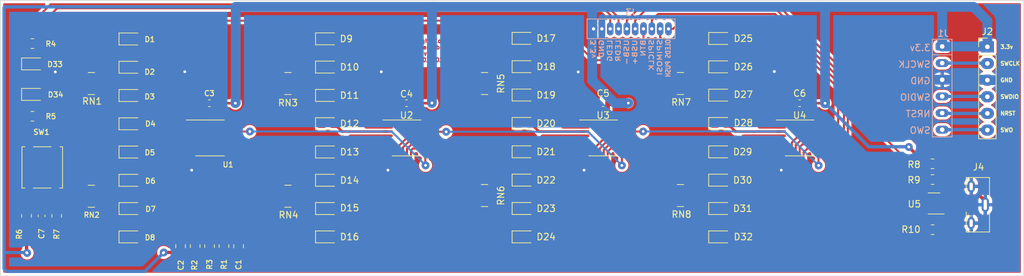
<source format=kicad_pcb>
(kicad_pcb (version 20171130) (host pcbnew 5.1.9-73d0e3b20d~88~ubuntu20.04.1)
  (layers (0 F.Cu signal) (31 B.Cu signal) (34 B.Paste user) (35 F.Paste user) (36 B.SilkS user) (37 F.SilkS user) (38 B.Mask user) (39 F.Mask user) (44 Edge.Cuts user))
  (net 0 "")
  (net 1 GND)
  (net 2 "/Output Leds/Reset")
  (net 3 VCC)
  (net 4 "/Output Leds/OEnable")
  (net 5 BTN)
  (net 6 "Net-(C7-Pad2)")
  (net 7 "Net-(D1-Pad2)")
  (net 8 "Net-(D1-Pad1)")
  (net 9 "Net-(D2-Pad1)")
  (net 10 "Net-(D2-Pad2)")
  (net 11 "Net-(D3-Pad2)")
  (net 12 "Net-(D3-Pad1)")
  (net 13 "Net-(D4-Pad2)")
  (net 14 "Net-(D4-Pad1)")
  (net 15 "Net-(D5-Pad1)")
  (net 16 "Net-(D5-Pad2)")
  (net 17 "Net-(D6-Pad2)")
  (net 18 "Net-(D6-Pad1)")
  (net 19 "Net-(D7-Pad2)")
  (net 20 "Net-(D7-Pad1)")
  (net 21 "Net-(D8-Pad2)")
  (net 22 "Net-(D8-Pad1)")
  (net 23 "Net-(D9-Pad1)")
  (net 24 "Net-(D9-Pad2)")
  (net 25 "Net-(D10-Pad2)")
  (net 26 "Net-(D10-Pad1)")
  (net 27 "Net-(D11-Pad1)")
  (net 28 "Net-(D11-Pad2)")
  (net 29 "Net-(D12-Pad2)")
  (net 30 "Net-(D12-Pad1)")
  (net 31 "Net-(D13-Pad1)")
  (net 32 "Net-(D13-Pad2)")
  (net 33 "Net-(D14-Pad2)")
  (net 34 "Net-(D14-Pad1)")
  (net 35 "Net-(D15-Pad1)")
  (net 36 "Net-(D15-Pad2)")
  (net 37 "Net-(D16-Pad2)")
  (net 38 "Net-(D16-Pad1)")
  (net 39 "Net-(D17-Pad2)")
  (net 40 "Net-(D17-Pad1)")
  (net 41 "Net-(D18-Pad1)")
  (net 42 "Net-(D18-Pad2)")
  (net 43 "Net-(D19-Pad2)")
  (net 44 "Net-(D19-Pad1)")
  (net 45 "Net-(D20-Pad1)")
  (net 46 "Net-(D20-Pad2)")
  (net 47 "Net-(D21-Pad2)")
  (net 48 "Net-(D21-Pad1)")
  (net 49 "Net-(D22-Pad1)")
  (net 50 "Net-(D22-Pad2)")
  (net 51 "Net-(D23-Pad2)")
  (net 52 "Net-(D23-Pad1)")
  (net 53 "Net-(D24-Pad1)")
  (net 54 "Net-(D24-Pad2)")
  (net 55 "Net-(D25-Pad2)")
  (net 56 "Net-(D25-Pad1)")
  (net 57 "Net-(D26-Pad1)")
  (net 58 "Net-(D26-Pad2)")
  (net 59 "Net-(D27-Pad2)")
  (net 60 "Net-(D27-Pad1)")
  (net 61 "Net-(D28-Pad1)")
  (net 62 "Net-(D28-Pad2)")
  (net 63 "Net-(D29-Pad2)")
  (net 64 "Net-(D29-Pad1)")
  (net 65 "Net-(D30-Pad1)")
  (net 66 "Net-(D30-Pad2)")
  (net 67 "Net-(D31-Pad1)")
  (net 68 "Net-(D31-Pad2)")
  (net 69 "Net-(D32-Pad1)")
  (net 70 "Net-(D32-Pad2)")
  (net 71 "Net-(D33-Pad2)")
  (net 72 "Net-(D34-Pad2)")
  (net 73 "Net-(J1-Pad2)")
  (net 74 "Net-(J1-Pad4)")
  (net 75 "Net-(J1-Pad5)")
  (net 76 "Net-(J1-Pad6)")
  (net 77 LED_GREEN)
  (net 78 LED_RED)
  (net 79 USB-)
  (net 80 USB+)
  (net 81 SPICLK)
  (net 82 SPIMOSI)
  (net 83 OLEDS_PUSH_DATA)
  (net 84 "Net-(J4-Pad3)")
  (net 85 "Net-(J4-Pad4)")
  (net 86 "Net-(J4-Pad2)")
  (net 87 "Net-(J4-Pad1)")
  (net 88 "Net-(R8-Pad1)")
  (net 89 "Net-(R10-Pad2)")
  (net 90 "/Output Leds/out_leds_8bit1/NextSerial")
  (net 91 "/Output Leds/ONReg1")
  (net 92 "/Output Leds/ONReg2")
  (net 93 "/Output Leds/ONReg3")
  (module holse:PinHeader_1x06_P2.54mm_Vertical (layer F.Cu) (at 217.35 53.2)
    (fp_text reference J2 (at 0 -2.33) (layer F.SilkS))
    (fp_text value Program)
    (fp_text user SWO (at 1.905 12.7) (layer F.SilkS) (effects (font (size 0.6 0.6)) (justify left)))
    (fp_text user NRST (at 1.905 10.16 180) (layer F.SilkS) (effects (font (size 0.6 0.6)) (justify left)))
    (fp_text user SWDIO (at 1.905 7.62 180) (layer F.SilkS) (effects (font (size 0.6 0.6)) (justify left)))
    (fp_text user SWCLK (at 1.905 2.54 180) (layer F.SilkS) (effects (font (size 0.6 0.6)) (justify left)))
    (fp_text user GND (at 1.905 5.08 180) (layer F.SilkS) (effects (font (size 0.6 0.6)) (justify left)))
    (fp_text user 3.3v (at 1.905 0 180) (layer F.SilkS) (effects (font (size 0.6 0.6)) (justify left)))
    (pad 1 thru_hole rect (at 0 0) (size 2 1.7) (drill 0.7) (layers *.Cu *.Mask) (net 3 VCC))
    (pad 2 thru_hole oval (at 0 2.54) (size 2 1.7) (drill 0.7) (layers *.Cu *.Mask) (net 73 "Net-(J1-Pad2)"))
    (pad 3 thru_hole oval (at 0 5.08) (size 2 1.7) (drill 0.7) (layers *.Cu *.Mask) (net 1 GND))
    (pad 4 thru_hole oval (at 0 7.62) (size 2 1.7) (drill 0.7) (layers *.Cu *.Mask) (net 74 "Net-(J1-Pad4)"))
    (pad 5 thru_hole oval (at 0 10.16) (size 2 1.7) (drill 0.7) (layers *.Cu *.Mask) (net 75 "Net-(J1-Pad5)"))
    (pad 6 thru_hole oval (at 0 12.7) (size 2 1.7) (drill 0.7) (layers *.Cu *.Mask) (net 76 "Net-(J1-Pad6)"))
  )
  (module Capacitor_SMD:C_0805_2012Metric (layer F.Cu) (at 103.06 83.63 270)
    (fp_text reference C1 (at 2.8 0 90) (layer F.SilkS) (effects (font (size 0.8 0.8))))
    (fp_text value 1uF hide)
    (pad 2 smd roundrect (at 0.95 0 270) (size 1 1.45) (layers F.Cu F.Paste F.Mask) (net 1 GND))
    (pad 1 smd roundrect (at -0.95 0 270) (size 1 1.45) (layers F.Cu F.Paste F.Mask) (net 2 "/Output Leds/Reset"))
  )
  (module Capacitor_SMD:C_0805_2012Metric (layer F.Cu) (at 94.21 83.63 90)
    (fp_text reference C2 (at -2.9 0.05 90) (layer F.SilkS) (effects (font (size 0.8 0.8))))
    (fp_text value 1uF hide)
    (pad 1 smd roundrect (at -0.95 0 90) (size 1 1.45) (layers F.Cu F.Paste F.Mask) (net 3 VCC))
    (pad 2 smd roundrect (at 0.95 0 90) (size 1 1.45) (layers F.Cu F.Paste F.Mask) (net 4 "/Output Leds/OEnable"))
  )
  (module Capacitor_SMD:C_0603_1608Metric (layer F.Cu) (at 98.6 61.8 180)
    (fp_text reference C3 (at 0 1.5) (layer F.SilkS) (effects (font (size 0.8 0.8))))
    (fp_text value 0,1uF hide)
    (pad 2 smd roundrect (at 0.775 0 180) (size 0.9 0.95) (layers F.Cu F.Paste F.Mask) (net 1 GND))
    (pad 1 smd roundrect (at -0.775 0 180) (size 0.9 0.95) (layers F.Cu F.Paste F.Mask) (net 3 VCC))
  )
  (module Capacitor_SMD:C_0603_1608Metric (layer F.Cu) (at 128.7 61.8 180)
    (fp_text reference C4 (at 0 1.4) (layer F.SilkS))
    (fp_text value 0,1uF hide)
    (pad 1 smd roundrect (at -0.775 0 180) (size 0.9 0.95) (layers F.Cu F.Paste F.Mask) (net 3 VCC))
    (pad 2 smd roundrect (at 0.775 0 180) (size 0.9 0.95) (layers F.Cu F.Paste F.Mask) (net 1 GND))
  )
  (module Capacitor_SMD:C_0603_1608Metric (layer F.Cu) (at 158.7 61.8 180)
    (fp_text reference C5 (at 0 1.5) (layer F.SilkS))
    (fp_text value 0,1uF hide)
    (pad 2 smd roundrect (at 0.775 0 180) (size 0.9 0.95) (layers F.Cu F.Paste F.Mask) (net 1 GND))
    (pad 1 smd roundrect (at -0.775 0 180) (size 0.9 0.95) (layers F.Cu F.Paste F.Mask) (net 3 VCC))
  )
  (module Capacitor_SMD:C_0603_1608Metric (layer F.Cu) (at 188.7 61.8 180)
    (fp_text reference C6 (at 0 1.5) (layer F.SilkS))
    (fp_text value 0,1uF hide)
    (pad 1 smd roundrect (at -0.775 0 180) (size 0.9 0.95) (layers F.Cu F.Paste F.Mask) (net 3 VCC))
    (pad 2 smd roundrect (at 0.775 0 180) (size 0.9 0.95) (layers F.Cu F.Paste F.Mask) (net 1 GND))
  )
  (module Capacitor_SMD:C_0603_1608Metric (layer F.Cu) (at 73 79 270)
    (fp_text reference C7 (at 2.73 0.01 90) (layer F.SilkS) (effects (font (size 0.8 0.8))))
    (fp_text value 100nf hide)
    (pad 1 smd roundrect (at -0.775 0 270) (size 0.9 0.95) (layers F.Cu F.Paste F.Mask) (net 5 BTN))
    (pad 2 smd roundrect (at 0.775 0 270) (size 0.9 0.95) (layers F.Cu F.Paste F.Mask) (net 6 "Net-(C7-Pad2)"))
  )
  (module LED_SMD:LED_0805_2012Metric_Castellated (layer F.Cu) (at 86.7 52)
    (fp_text reference D1 (at 2.81 0.06) (layer F.SilkS) (effects (font (size 0.8 0.8))))
    (fp_text value LED hide)
    (pad 2 smd roundrect (at 0.9625 0) (size 1.325 1.3) (layers F.Cu F.Paste F.Mask) (roundrect_rratio 0.1923069230769231) (net 7 "Net-(D1-Pad2)"))
    (pad 1 smd roundrect (at -0.9625 0) (size 1.325 1.3) (layers F.Cu F.Paste F.Mask) (roundrect_rratio 0.1923069230769231) (net 8 "Net-(D1-Pad1)"))
  )
  (module LED_SMD:LED_0805_2012Metric_Castellated (layer F.Cu) (at 86.7 56.314285)
    (fp_text reference D2 (at 2.8 0.715715) (layer F.SilkS) (effects (font (size 0.8 0.8))))
    (fp_text value LED hide)
    (pad 1 smd roundrect (at -0.9625 0) (size 1.325 1.3) (layers F.Cu F.Paste F.Mask) (roundrect_rratio 0.1923069230769231) (net 9 "Net-(D2-Pad1)"))
    (pad 2 smd roundrect (at 0.9625 0) (size 1.325 1.3) (layers F.Cu F.Paste F.Mask) (roundrect_rratio 0.1923069230769231) (net 10 "Net-(D2-Pad2)"))
  )
  (module LED_SMD:LED_0805_2012Metric_Castellated (layer F.Cu) (at 86.7 60.62857)
    (fp_text reference D3 (at 2.79 0.18143) (layer F.SilkS) (effects (font (size 0.8 0.8))))
    (fp_text value LED hide)
    (pad 2 smd roundrect (at 0.9625 0) (size 1.325 1.3) (layers F.Cu F.Paste F.Mask) (roundrect_rratio 0.1923069230769231) (net 11 "Net-(D3-Pad2)"))
    (pad 1 smd roundrect (at -0.9625 0) (size 1.325 1.3) (layers F.Cu F.Paste F.Mask) (roundrect_rratio 0.1923069230769231) (net 12 "Net-(D3-Pad1)"))
  )
  (module LED_SMD:LED_0805_2012Metric_Castellated (layer F.Cu) (at 86.7 64.942855)
    (fp_text reference D4 (at 2.9 0) (layer F.SilkS) (effects (font (size 0.8 0.8))))
    (fp_text value LED hide)
    (pad 2 smd roundrect (at 0.9625 0) (size 1.325 1.3) (layers F.Cu F.Paste F.Mask) (roundrect_rratio 0.1923069230769231) (net 13 "Net-(D4-Pad2)"))
    (pad 1 smd roundrect (at -0.9625 0) (size 1.325 1.3) (layers F.Cu F.Paste F.Mask) (roundrect_rratio 0.1923069230769231) (net 14 "Net-(D4-Pad1)"))
  )
  (module LED_SMD:LED_0805_2012Metric_Castellated (layer F.Cu) (at 86.7 69.25714)
    (fp_text reference D5 (at 2.82 0.08286) (layer F.SilkS) (effects (font (size 0.8 0.8))))
    (fp_text value LED hide)
    (pad 1 smd roundrect (at -0.9625 0) (size 1.325 1.3) (layers F.Cu F.Paste F.Mask) (roundrect_rratio 0.1923069230769231) (net 15 "Net-(D5-Pad1)"))
    (pad 2 smd roundrect (at 0.9625 0) (size 1.325 1.3) (layers F.Cu F.Paste F.Mask) (roundrect_rratio 0.1923069230769231) (net 16 "Net-(D5-Pad2)"))
  )
  (module LED_SMD:LED_0805_2012Metric_Castellated (layer F.Cu) (at 86.7 73.571425)
    (fp_text reference D6 (at 2.9 0.1) (layer F.SilkS) (effects (font (size 0.8 0.8))))
    (fp_text value LED hide)
    (pad 2 smd roundrect (at 0.9625 0) (size 1.325 1.3) (layers F.Cu F.Paste F.Mask) (roundrect_rratio 0.1923069230769231) (net 17 "Net-(D6-Pad2)"))
    (pad 1 smd roundrect (at -0.9625 0) (size 1.325 1.3) (layers F.Cu F.Paste F.Mask) (roundrect_rratio 0.1923069230769231) (net 18 "Net-(D6-Pad1)"))
  )
  (module LED_SMD:LED_0805_2012Metric_Castellated (layer F.Cu) (at 86.7 77.88571)
    (fp_text reference D7 (at 2.93 0.07429) (layer F.SilkS) (effects (font (size 0.8 0.8))))
    (fp_text value LED hide)
    (pad 2 smd roundrect (at 0.9625 0) (size 1.325 1.3) (layers F.Cu F.Paste F.Mask) (roundrect_rratio 0.1923069230769231) (net 19 "Net-(D7-Pad2)"))
    (pad 1 smd roundrect (at -0.9625 0) (size 1.325 1.3) (layers F.Cu F.Paste F.Mask) (roundrect_rratio 0.1923069230769231) (net 20 "Net-(D7-Pad1)"))
  )
  (module LED_SMD:LED_0805_2012Metric_Castellated (layer F.Cu) (at 86.7 82.2)
    (fp_text reference D8 (at 2.84 0.11) (layer F.SilkS) (effects (font (size 0.8 0.8))))
    (fp_text value LED hide)
    (pad 2 smd roundrect (at 0.9625 0) (size 1.325 1.3) (layers F.Cu F.Paste F.Mask) (roundrect_rratio 0.1923069230769231) (net 21 "Net-(D8-Pad2)"))
    (pad 1 smd roundrect (at -0.9625 0) (size 1.325 1.3) (layers F.Cu F.Paste F.Mask) (roundrect_rratio 0.1923069230769231) (net 22 "Net-(D8-Pad1)"))
  )
  (module LED_SMD:LED_0805_2012Metric_Castellated (layer F.Cu) (at 116.7 51.974192)
    (fp_text reference D9 (at 2.8 0) (layer F.SilkS))
    (fp_text value LED hide)
    (pad 1 smd roundrect (at -0.9625 0) (size 1.325 1.3) (layers F.Cu F.Paste F.Mask) (roundrect_rratio 0.1923069230769231) (net 23 "Net-(D9-Pad1)"))
    (pad 2 smd roundrect (at 0.9625 0) (size 1.325 1.3) (layers F.Cu F.Paste F.Mask) (roundrect_rratio 0.1923069230769231) (net 24 "Net-(D9-Pad2)"))
  )
  (module LED_SMD:LED_0805_2012Metric_Castellated (layer F.Cu) (at 116.7 56.292164)
    (fp_text reference D10 (at 3.3 0) (layer F.SilkS))
    (fp_text value LED hide)
    (pad 2 smd roundrect (at 0.9625 0) (size 1.325 1.3) (layers F.Cu F.Paste F.Mask) (roundrect_rratio 0.1923069230769231) (net 25 "Net-(D10-Pad2)"))
    (pad 1 smd roundrect (at -0.9625 0) (size 1.325 1.3) (layers F.Cu F.Paste F.Mask) (roundrect_rratio 0.1923069230769231) (net 26 "Net-(D10-Pad1)"))
  )
  (module LED_SMD:LED_0805_2012Metric_Castellated (layer F.Cu) (at 116.7 60.610136)
    (fp_text reference D11 (at 3.3 0) (layer F.SilkS))
    (fp_text value LED hide)
    (pad 1 smd roundrect (at -0.9625 0) (size 1.325 1.3) (layers F.Cu F.Paste F.Mask) (roundrect_rratio 0.1923069230769231) (net 27 "Net-(D11-Pad1)"))
    (pad 2 smd roundrect (at 0.9625 0) (size 1.325 1.3) (layers F.Cu F.Paste F.Mask) (roundrect_rratio 0.1923069230769231) (net 28 "Net-(D11-Pad2)"))
  )
  (module LED_SMD:LED_0805_2012Metric_Castellated (layer F.Cu) (at 116.7 64.928108)
    (fp_text reference D12 (at 3.3 0) (layer F.SilkS))
    (fp_text value LED hide)
    (pad 2 smd roundrect (at 0.9625 0) (size 1.325 1.3) (layers F.Cu F.Paste F.Mask) (roundrect_rratio 0.1923069230769231) (net 29 "Net-(D12-Pad2)"))
    (pad 1 smd roundrect (at -0.9625 0) (size 1.325 1.3) (layers F.Cu F.Paste F.Mask) (roundrect_rratio 0.1923069230769231) (net 30 "Net-(D12-Pad1)"))
  )
  (module LED_SMD:LED_0805_2012Metric_Castellated (layer F.Cu) (at 116.7 69.24608)
    (fp_text reference D13 (at 3.3 0) (layer F.SilkS))
    (fp_text value LED hide)
    (pad 1 smd roundrect (at -0.9625 0) (size 1.325 1.3) (layers F.Cu F.Paste F.Mask) (roundrect_rratio 0.1923069230769231) (net 31 "Net-(D13-Pad1)"))
    (pad 2 smd roundrect (at 0.9625 0) (size 1.325 1.3) (layers F.Cu F.Paste F.Mask) (roundrect_rratio 0.1923069230769231) (net 32 "Net-(D13-Pad2)"))
  )
  (module LED_SMD:LED_0805_2012Metric_Castellated (layer F.Cu) (at 116.7 73.564052)
    (fp_text reference D14 (at 3.3 0) (layer F.SilkS))
    (fp_text value LED hide)
    (pad 2 smd roundrect (at 0.9625 0) (size 1.325 1.3) (layers F.Cu F.Paste F.Mask) (roundrect_rratio 0.1923069230769231) (net 33 "Net-(D14-Pad2)"))
    (pad 1 smd roundrect (at -0.9625 0) (size 1.325 1.3) (layers F.Cu F.Paste F.Mask) (roundrect_rratio 0.1923069230769231) (net 34 "Net-(D14-Pad1)"))
  )
  (module LED_SMD:LED_0805_2012Metric_Castellated (layer F.Cu) (at 116.7 77.882024)
    (fp_text reference D15 (at 3.3 -0.1) (layer F.SilkS))
    (fp_text value LED hide)
    (pad 1 smd roundrect (at -0.9625 0) (size 1.325 1.3) (layers F.Cu F.Paste F.Mask) (roundrect_rratio 0.1923069230769231) (net 35 "Net-(D15-Pad1)"))
    (pad 2 smd roundrect (at 0.9625 0) (size 1.325 1.3) (layers F.Cu F.Paste F.Mask) (roundrect_rratio 0.1923069230769231) (net 36 "Net-(D15-Pad2)"))
  )
  (module LED_SMD:LED_0805_2012Metric_Castellated (layer F.Cu) (at 116.7 82.2)
    (fp_text reference D16 (at 3.3 0) (layer F.SilkS))
    (fp_text value LED hide)
    (pad 2 smd roundrect (at 0.9625 0) (size 1.325 1.3) (layers F.Cu F.Paste F.Mask) (roundrect_rratio 0.1923069230769231) (net 37 "Net-(D16-Pad2)"))
    (pad 1 smd roundrect (at -0.9625 0) (size 1.325 1.3) (layers F.Cu F.Paste F.Mask) (roundrect_rratio 0.1923069230769231) (net 38 "Net-(D16-Pad1)"))
  )
  (module LED_SMD:LED_0805_2012Metric_Castellated (layer F.Cu) (at 146.7 51.9)
    (fp_text reference D17 (at 3.3 0) (layer F.SilkS))
    (fp_text value LED hide)
    (pad 2 smd roundrect (at 0.9625 0) (size 1.325 1.3) (layers F.Cu F.Paste F.Mask) (roundrect_rratio 0.1923069230769231) (net 39 "Net-(D17-Pad2)"))
    (pad 1 smd roundrect (at -0.9625 0) (size 1.325 1.3) (layers F.Cu F.Paste F.Mask) (roundrect_rratio 0.1923069230769231) (net 40 "Net-(D17-Pad1)"))
  )
  (module LED_SMD:LED_0805_2012Metric_Castellated (layer F.Cu) (at 146.7 56.228571)
    (fp_text reference D18 (at 3.3 0) (layer F.SilkS))
    (fp_text value LED hide)
    (pad 1 smd roundrect (at -0.9625 0) (size 1.325 1.3) (layers F.Cu F.Paste F.Mask) (roundrect_rratio 0.1923069230769231) (net 41 "Net-(D18-Pad1)"))
    (pad 2 smd roundrect (at 0.9625 0) (size 1.325 1.3) (layers F.Cu F.Paste F.Mask) (roundrect_rratio 0.1923069230769231) (net 42 "Net-(D18-Pad2)"))
  )
  (module LED_SMD:LED_0805_2012Metric_Castellated (layer F.Cu) (at 146.7 60.557142)
    (fp_text reference D19 (at 3.3 0) (layer F.SilkS))
    (fp_text value LED hide)
    (pad 2 smd roundrect (at 0.9625 0) (size 1.325 1.3) (layers F.Cu F.Paste F.Mask) (roundrect_rratio 0.1923069230769231) (net 43 "Net-(D19-Pad2)"))
    (pad 1 smd roundrect (at -0.9625 0) (size 1.325 1.3) (layers F.Cu F.Paste F.Mask) (roundrect_rratio 0.1923069230769231) (net 44 "Net-(D19-Pad1)"))
  )
  (module LED_SMD:LED_0805_2012Metric_Castellated (layer F.Cu) (at 146.7 64.885713)
    (fp_text reference D20 (at 3.3 0) (layer F.SilkS))
    (fp_text value LED hide)
    (pad 1 smd roundrect (at -0.9625 0) (size 1.325 1.3) (layers F.Cu F.Paste F.Mask) (roundrect_rratio 0.1923069230769231) (net 45 "Net-(D20-Pad1)"))
    (pad 2 smd roundrect (at 0.9625 0) (size 1.325 1.3) (layers F.Cu F.Paste F.Mask) (roundrect_rratio 0.1923069230769231) (net 46 "Net-(D20-Pad2)"))
  )
  (module LED_SMD:LED_0805_2012Metric_Castellated (layer F.Cu) (at 146.7 69.214284)
    (fp_text reference D21 (at 3.3 0) (layer F.SilkS))
    (fp_text value LED hide)
    (pad 2 smd roundrect (at 0.9625 0) (size 1.325 1.3) (layers F.Cu F.Paste F.Mask) (roundrect_rratio 0.1923069230769231) (net 47 "Net-(D21-Pad2)"))
    (pad 1 smd roundrect (at -0.9625 0) (size 1.325 1.3) (layers F.Cu F.Paste F.Mask) (roundrect_rratio 0.1923069230769231) (net 48 "Net-(D21-Pad1)"))
  )
  (module LED_SMD:LED_0805_2012Metric_Castellated (layer F.Cu) (at 146.7 73.542855)
    (fp_text reference D22 (at 3.3 0) (layer F.SilkS))
    (fp_text value LED hide)
    (pad 1 smd roundrect (at -0.9625 0) (size 1.325 1.3) (layers F.Cu F.Paste F.Mask) (roundrect_rratio 0.1923069230769231) (net 49 "Net-(D22-Pad1)"))
    (pad 2 smd roundrect (at 0.9625 0) (size 1.325 1.3) (layers F.Cu F.Paste F.Mask) (roundrect_rratio 0.1923069230769231) (net 50 "Net-(D22-Pad2)"))
  )
  (module LED_SMD:LED_0805_2012Metric_Castellated (layer F.Cu) (at 146.7 77.871426)
    (fp_text reference D23 (at 3.3 0) (layer F.SilkS))
    (fp_text value LED hide)
    (pad 2 smd roundrect (at 0.9625 0) (size 1.325 1.3) (layers F.Cu F.Paste F.Mask) (roundrect_rratio 0.1923069230769231) (net 51 "Net-(D23-Pad2)"))
    (pad 1 smd roundrect (at -0.9625 0) (size 1.325 1.3) (layers F.Cu F.Paste F.Mask) (roundrect_rratio 0.1923069230769231) (net 52 "Net-(D23-Pad1)"))
  )
  (module LED_SMD:LED_0805_2012Metric_Castellated (layer F.Cu) (at 146.7 82.2)
    (fp_text reference D24 (at 3.3 0) (layer F.SilkS))
    (fp_text value LED hide)
    (pad 1 smd roundrect (at -0.9625 0) (size 1.325 1.3) (layers F.Cu F.Paste F.Mask) (roundrect_rratio 0.1923069230769231) (net 53 "Net-(D24-Pad1)"))
    (pad 2 smd roundrect (at 0.9625 0) (size 1.325 1.3) (layers F.Cu F.Paste F.Mask) (roundrect_rratio 0.1923069230769231) (net 54 "Net-(D24-Pad2)"))
  )
  (module LED_SMD:LED_0805_2012Metric_Castellated (layer F.Cu) (at 176.7 51.922576)
    (fp_text reference D25 (at 3.4 0) (layer F.SilkS))
    (fp_text value LED hide)
    (pad 2 smd roundrect (at 0.9625 0) (size 1.325 1.3) (layers F.Cu F.Paste F.Mask) (roundrect_rratio 0.1923069230769231) (net 55 "Net-(D25-Pad2)"))
    (pad 1 smd roundrect (at -0.9625 0) (size 1.325 1.3) (layers F.Cu F.Paste F.Mask) (roundrect_rratio 0.1923069230769231) (net 56 "Net-(D25-Pad1)"))
  )
  (module LED_SMD:LED_0805_2012Metric_Castellated (layer F.Cu) (at 176.7 56.247922)
    (fp_text reference D26 (at 3.4 0) (layer F.SilkS))
    (fp_text value LED hide)
    (pad 1 smd roundrect (at -0.9625 0) (size 1.325 1.3) (layers F.Cu F.Paste F.Mask) (roundrect_rratio 0.1923069230769231) (net 57 "Net-(D26-Pad1)"))
    (pad 2 smd roundrect (at 0.9625 0) (size 1.325 1.3) (layers F.Cu F.Paste F.Mask) (roundrect_rratio 0.1923069230769231) (net 58 "Net-(D26-Pad2)"))
  )
  (module LED_SMD:LED_0805_2012Metric_Castellated (layer F.Cu) (at 176.7 60.573268)
    (fp_text reference D27 (at 3.4 -0.1) (layer F.SilkS))
    (fp_text value LED hide)
    (pad 2 smd roundrect (at 0.9625 0) (size 1.325 1.3) (layers F.Cu F.Paste F.Mask) (roundrect_rratio 0.1923069230769231) (net 59 "Net-(D27-Pad2)"))
    (pad 1 smd roundrect (at -0.9625 0) (size 1.325 1.3) (layers F.Cu F.Paste F.Mask) (roundrect_rratio 0.1923069230769231) (net 60 "Net-(D27-Pad1)"))
  )
  (module LED_SMD:LED_0805_2012Metric_Castellated (layer F.Cu) (at 176.7 64.898614)
    (fp_text reference D28 (at 3.4 -0.1) (layer F.SilkS))
    (fp_text value LED hide)
    (pad 1 smd roundrect (at -0.9625 0) (size 1.325 1.3) (layers F.Cu F.Paste F.Mask) (roundrect_rratio 0.1923069230769231) (net 61 "Net-(D28-Pad1)"))
    (pad 2 smd roundrect (at 0.9625 0) (size 1.325 1.3) (layers F.Cu F.Paste F.Mask) (roundrect_rratio 0.1923069230769231) (net 62 "Net-(D28-Pad2)"))
  )
  (module LED_SMD:LED_0805_2012Metric_Castellated (layer F.Cu) (at 176.7 69.22396)
    (fp_text reference D29 (at 3.3 0) (layer F.SilkS))
    (fp_text value LED hide)
    (pad 2 smd roundrect (at 0.9625 0) (size 1.325 1.3) (layers F.Cu F.Paste F.Mask) (roundrect_rratio 0.1923069230769231) (net 63 "Net-(D29-Pad2)"))
    (pad 1 smd roundrect (at -0.9625 0) (size 1.325 1.3) (layers F.Cu F.Paste F.Mask) (roundrect_rratio 0.1923069230769231) (net 64 "Net-(D29-Pad1)"))
  )
  (module LED_SMD:LED_0805_2012Metric_Castellated (layer F.Cu) (at 176.7 73.549306)
    (fp_text reference D30 (at 3.3 0) (layer F.SilkS))
    (fp_text value LED hide)
    (pad 1 smd roundrect (at -0.9625 0) (size 1.325 1.3) (layers F.Cu F.Paste F.Mask) (roundrect_rratio 0.1923069230769231) (net 65 "Net-(D30-Pad1)"))
    (pad 2 smd roundrect (at 0.9625 0) (size 1.325 1.3) (layers F.Cu F.Paste F.Mask) (roundrect_rratio 0.1923069230769231) (net 66 "Net-(D30-Pad2)"))
  )
  (module LED_SMD:LED_0805_2012Metric_Castellated (layer F.Cu) (at 176.7 77.874652)
    (fp_text reference D31 (at 3.3 0) (layer F.SilkS))
    (fp_text value LED hide)
    (pad 1 smd roundrect (at -0.9625 0) (size 1.325 1.3) (layers F.Cu F.Paste F.Mask) (roundrect_rratio 0.1923069230769231) (net 67 "Net-(D31-Pad1)"))
    (pad 2 smd roundrect (at 0.9625 0) (size 1.325 1.3) (layers F.Cu F.Paste F.Mask) (roundrect_rratio 0.1923069230769231) (net 68 "Net-(D31-Pad2)"))
  )
  (module LED_SMD:LED_0805_2012Metric_Castellated (layer F.Cu) (at 176.7 82.2)
    (fp_text reference D32 (at 3.4 0) (layer F.SilkS))
    (fp_text value LED hide)
    (pad 1 smd roundrect (at -0.9625 0) (size 1.325 1.3) (layers F.Cu F.Paste F.Mask) (roundrect_rratio 0.1923069230769231) (net 69 "Net-(D32-Pad1)"))
    (pad 2 smd roundrect (at 0.9625 0) (size 1.325 1.3) (layers F.Cu F.Paste F.Mask) (roundrect_rratio 0.1923069230769231) (net 70 "Net-(D32-Pad2)"))
  )
  (module LED_SMD:LED_0805_2012Metric_Castellated (layer F.Cu) (at 71.8375 55.8)
    (fp_text reference D33 (at 3.2125 0.07) (layer F.SilkS) (effects (font (size 0.8 0.8))))
    (fp_text value LEDG)
    (pad 1 smd roundrect (at -0.9625 0) (size 1.325 1.3) (layers F.Cu F.Paste F.Mask) (roundrect_rratio 0.1923069230769231) (net 1 GND))
    (pad 2 smd roundrect (at 0.9625 0) (size 1.325 1.3) (layers F.Cu F.Paste F.Mask) (roundrect_rratio 0.1923069230769231) (net 71 "Net-(D33-Pad2)"))
  )
  (module LED_SMD:LED_0805_2012Metric_Castellated (layer F.Cu) (at 71.8375 60.45)
    (fp_text reference D34 (at 3.3025 0.05) (layer F.SilkS) (effects (font (size 0.8 0.8))))
    (fp_text value LEDR)
    (pad 1 smd roundrect (at -0.9625 0) (size 1.325 1.3) (layers F.Cu F.Paste F.Mask) (roundrect_rratio 0.1923069230769231) (net 1 GND))
    (pad 2 smd roundrect (at 0.9625 0) (size 1.325 1.3) (layers F.Cu F.Paste F.Mask) (roundrect_rratio 0.1923069230769231) (net 72 "Net-(D34-Pad2)"))
  )
  (module holse:Program_Crossboard (layer B.Cu) (at 210.45 59.49 270)
    (fp_text reference J1 (at -8.34 -0.15 180) (layer B.SilkS) (effects (justify mirror)))
    (fp_text value Program_M_Board hide)
    (fp_text user 3.3v (at -6.14 1.7 180) (layer B.SilkS) (effects (justify left mirror)))
    (fp_text user SWCLK (at -3.62 1.7 180) (layer B.SilkS) (effects (justify left mirror)))
    (fp_text user GND (at -1.1 1.7 180) (layer B.SilkS) (effects (justify left mirror)))
    (fp_text user SWDIO (at 1.42 1.7 180) (layer B.SilkS) (effects (justify left mirror)))
    (fp_text user NRST (at 3.94 1.7 180) (layer B.SilkS) (effects (justify left mirror)))
    (fp_text user SWO (at 6.46 1.7 180) (layer B.SilkS) (effects (justify left mirror)))
    (pad 1 thru_hole roundrect (at -6.35 0 270) (size 1.2 2) (drill 0.7) (layers *.Cu *.Mask) (net 3 VCC))
    (pad 2 thru_hole oval (at -3.81 0 270) (size 1.2 2) (drill 0.7) (layers *.Cu *.Mask) (net 73 "Net-(J1-Pad2)"))
    (pad 3 thru_hole oval (at -1.27 0 270) (size 1.2 2) (drill 0.7) (layers *.Cu *.Mask) (net 1 GND))
    (pad 4 thru_hole oval (at 1.27 0 270) (size 1.2 2) (drill 0.7) (layers *.Cu *.Mask) (net 74 "Net-(J1-Pad4)"))
    (pad 5 thru_hole oval (at 3.81 0 270) (size 1.2 2) (drill 0.7) (layers *.Cu *.Mask) (net 75 "Net-(J1-Pad5)"))
    (pad 6 thru_hole oval (at 6.35 0 270) (size 1.2 2) (drill 0.7) (layers *.Cu *.Mask) (net 76 "Net-(J1-Pad6)"))
  )
  (module holse:Crossboard (layer B.Cu) (at 157.24 50.45 180)
    (fp_text reference J3 (at -5.717 2.5 180) (layer B.SilkS) (effects (justify mirror)))
    (fp_text value Crossboard)
    (fp_text user BTN (at -7.565 -2.927143 270) (layer B.SilkS) (effects (font (size 0.7 0.9)) (justify mirror)))
    (fp_text user SPICLK (at -8.835 -6.452143 270) (layer B.SilkS) (effects (font (size 0.7 0.9)) (justify right mirror)))
    (fp_text user SPIMOSI (at -10.105 -7.180714 270) (layer B.SilkS) (effects (font (size 0.7 0.9)) (justify right mirror)))
    (fp_text user "OLEDS PUSH" (at -11.375 -7.452143 270) (layer B.SilkS) (effects (font (size 0.7 0.6)) (justify right mirror)))
    (fp_text user USB+ (at -6.295 -3.57 270) (layer B.SilkS) (effects (font (size 0.7 0.9)) (justify mirror)))
    (fp_text user USB- (at -5.025 -3.57 270) (layer B.SilkS) (effects (font (size 0.7 0.9)) (justify mirror)))
    (fp_text user LEDR (at -3.755 -3.334286 270) (layer B.SilkS) (effects (font (size 0.7 0.9)) (justify mirror)))
    (fp_text user LEDG (at -2.485 -3.334286 270) (layer B.SilkS) (effects (font (size 0.7 0.9)) (justify mirror)))
    (fp_text user GND (at -1.215 -3.034286 270) (layer B.SilkS) (effects (font (size 0.7 0.9)) (justify mirror)))
    (fp_text user 3.3v (at 0.055 -3.077143 270) (layer B.SilkS) (effects (font (size 0.7 0.9)) (justify mirror)))
    (pad 1 thru_hole roundrect (at -0.002 0) (size 1 2) (drill 0.5) (layers *.Cu *.Mask) (net 3 VCC))
    (pad 2 thru_hole oval (at -1.272 0) (size 1 2) (drill 0.5) (layers *.Cu *.Mask) (net 1 GND))
    (pad 3 thru_hole oval (at -2.542 0) (size 1 2) (drill 0.5) (layers *.Cu *.Mask) (net 77 LED_GREEN))
    (pad 4 thru_hole oval (at -3.812 0) (size 1 2) (drill 0.5) (layers *.Cu *.Mask) (net 78 LED_RED))
    (pad 5 thru_hole oval (at -5.082 0) (size 1 2) (drill 0.5) (layers *.Cu *.Mask) (net 79 USB-))
    (pad 6 thru_hole oval (at -6.352 0) (size 1 2) (drill 0.5) (layers *.Cu *.Mask) (net 80 USB+))
    (pad 7 thru_hole oval (at -7.622 0) (size 1 2) (drill 0.5) (layers *.Cu *.Mask) (net 5 BTN))
    (pad 8 thru_hole oval (at -8.892 0) (size 1 2) (drill 0.5) (layers *.Cu *.Mask) (net 81 SPICLK))
    (pad 9 thru_hole oval (at -10.162 0) (size 1 2) (drill 0.5) (layers *.Cu *.Mask) (net 82 SPIMOSI))
    (pad 10 thru_hole oval (at -11.432 0) (size 1 2) (drill 0.5) (layers *.Cu *.Mask) (net 83 OLEDS_PUSH_DATA))
  )
  (module Connector_USB:USB_Micro-B_Molex-105133-0001 (layer F.Cu) (at 215.95 77.3 90)
    (fp_text reference J4 (at 5.75 0.05 180) (layer F.SilkS))
    (fp_text value USB_B_Micro)
    (pad 3 smd rect (at 0 -0.825 90) (size 0.45 1.5) (layers F.Cu F.Paste F.Mask) (net 84 "Net-(J4-Pad3)"))
    (pad 4 smd rect (at 0.65 -0.825 90) (size 0.45 1.5) (layers F.Cu F.Paste F.Mask) (net 85 "Net-(J4-Pad4)"))
    (pad 2 smd rect (at -0.65 -0.825 90) (size 0.45 1.5) (layers F.Cu F.Paste F.Mask) (net 86 "Net-(J4-Pad2)"))
    (pad 5 smd rect (at 1.3 -0.825 90) (size 0.45 1.5) (layers F.Cu F.Paste F.Mask) (net 1 GND))
    (pad 1 smd rect (at -1.3 -0.825 90) (size 0.45 1.5) (layers F.Cu F.Paste F.Mask) (net 87 "Net-(J4-Pad1)"))
    (pad 6 thru_hole oval (at -2.8 -1.075 90) (size 1.8 1.1) (drill oval 1.2 0.5) (layers *.Cu *.Mask) (net 1 GND))
    (pad 6 thru_hole oval (at 2.8 -1.075 90) (size 1.8 1.1) (drill oval 1.2 0.5) (layers *.Cu *.Mask) (net 1 GND))
    (pad 6 thru_hole oval (at 0 1.075 90) (size 2.2 1.1) (drill oval 1.6 0.5) (layers *.Cu *.Mask) (net 1 GND))
  )
  (module Resistor_SMD:R_0805_2012Metric (layer F.Cu) (at 100.8325 83.61 270)
    (fp_text reference R1 (at 2.7875 0 90) (layer F.SilkS) (effects (font (size 0.8 0.8))))
    (fp_text value 100k hide)
    (pad 2 smd roundrect (at 0.9125 0 270) (size 1.025 1.4) (layers F.Cu F.Paste F.Mask) (roundrect_rratio 0.2439004878048781) (net 3 VCC))
    (pad 1 smd roundrect (at -0.9125 0 270) (size 1.025 1.4) (layers F.Cu F.Paste F.Mask) (roundrect_rratio 0.2439004878048781) (net 2 "/Output Leds/Reset"))
  )
  (module Resistor_SMD:R_0805_2012Metric (layer F.Cu) (at 96.4375 83.61 90)
    (fp_text reference R2 (at -2.9 -0.1 90) (layer F.SilkS) (effects (font (size 0.8 0.8))))
    (fp_text value 100k hide)
    (pad 1 smd roundrect (at -0.9125 0 90) (size 1.025 1.4) (layers F.Cu F.Paste F.Mask) (roundrect_rratio 0.2439004878048781) (net 1 GND))
    (pad 2 smd roundrect (at 0.9125 0 90) (size 1.025 1.4) (layers F.Cu F.Paste F.Mask) (roundrect_rratio 0.2439004878048781) (net 4 "/Output Leds/OEnable"))
  )
  (module Resistor_SMD:R_0805_2012Metric (layer F.Cu) (at 98.635 83.61 90)
    (fp_text reference R3 (at -2.8 0 90) (layer F.SilkS) (effects (font (size 0.8 0.8))))
    (fp_text value 100k hide)
    (pad 2 smd roundrect (at 0.9125 0 90) (size 1.025 1.4) (layers F.Cu F.Paste F.Mask) (roundrect_rratio 0.2439004878048781) (net 83 OLEDS_PUSH_DATA))
    (pad 1 smd roundrect (at -0.9125 0 90) (size 1.025 1.4) (layers F.Cu F.Paste F.Mask) (roundrect_rratio 0.2439004878048781) (net 1 GND))
  )
  (module Resistor_SMD:R_0805_2012Metric (layer F.Cu) (at 71.6 52.7)
    (fp_text reference R4 (at 2.8 0.05) (layer F.SilkS) (effects (font (size 0.8 0.8))))
    (fp_text value 10k hide)
    (pad 1 smd roundrect (at -0.9125 0) (size 1.025 1.4) (layers F.Cu F.Paste F.Mask) (roundrect_rratio 0.2439004878048781) (net 77 LED_GREEN))
    (pad 2 smd roundrect (at 0.9125 0) (size 1.025 1.4) (layers F.Cu F.Paste F.Mask) (roundrect_rratio 0.2439004878048781) (net 71 "Net-(D33-Pad2)"))
  )
  (module Resistor_SMD:R_0805_2012Metric (layer F.Cu) (at 71.6 63.8)
    (fp_text reference R5 (at 2.82 0.02) (layer F.SilkS) (effects (font (size 0.8 0.8))))
    (fp_text value 10k hide)
    (pad 2 smd roundrect (at 0.9125 0) (size 1.025 1.4) (layers F.Cu F.Paste F.Mask) (roundrect_rratio 0.2439004878048781) (net 72 "Net-(D34-Pad2)"))
    (pad 1 smd roundrect (at -0.9125 0) (size 1.025 1.4) (layers F.Cu F.Paste F.Mask) (roundrect_rratio 0.2439004878048781) (net 78 LED_RED))
  )
  (module Resistor_SMD:R_0805_2012Metric (layer F.Cu) (at 70.7 79 90)
    (fp_text reference R6 (at -2.8 -1.12 90) (layer F.SilkS) (effects (font (size 0.8 0.8))))
    (fp_text value 100k hide)
    (pad 1 smd roundrect (at -0.9125 0 90) (size 1.025 1.4) (layers F.Cu F.Paste F.Mask) (roundrect_rratio 0.2439004878048781) (net 3 VCC))
    (pad 2 smd roundrect (at 0.9125 0 90) (size 1.025 1.4) (layers F.Cu F.Paste F.Mask) (roundrect_rratio 0.2439004878048781) (net 5 BTN))
  )
  (module Resistor_SMD:R_0805_2012Metric (layer F.Cu) (at 75.3 79 270)
    (fp_text reference R7 (at 2.8 0 90) (layer F.SilkS) (effects (font (size 0.8 0.8))))
    (fp_text value 100 hide)
    (pad 2 smd roundrect (at 0.9125 0 270) (size 1.025 1.4) (layers F.Cu F.Paste F.Mask) (roundrect_rratio 0.2439004878048781) (net 6 "Net-(C7-Pad2)"))
    (pad 1 smd roundrect (at -0.9125 0 270) (size 1.025 1.4) (layers F.Cu F.Paste F.Mask) (roundrect_rratio 0.2439004878048781) (net 1 GND))
  )
  (module Resistor_SMD:R_0805_2012Metric (layer F.Cu) (at 208.975 71.05 180)
    (fp_text reference R8 (at 2.82381 -0.125) (layer F.SilkS))
    (fp_text value 1.5k hide)
    (pad 1 smd roundrect (at -0.9125 0 180) (size 1.025 1.4) (layers F.Cu F.Paste F.Mask) (roundrect_rratio 0.2439004878048781) (net 88 "Net-(R8-Pad1)"))
    (pad 2 smd roundrect (at 0.9125 0 180) (size 1.025 1.4) (layers F.Cu F.Paste F.Mask) (roundrect_rratio 0.2439004878048781) (net 3 VCC))
  )
  (module Resistor_SMD:R_0805_2012Metric (layer F.Cu) (at 208.975 73.45)
    (fp_text reference R9 (at -2.82381 0.075) (layer F.SilkS))
    (fp_text value 22 hide)
    (pad 1 smd roundrect (at -0.9125 0.025) (size 1.025 1.4) (layers F.Cu F.Paste F.Mask) (roundrect_rratio 0.2439004878048781) (net 80 USB+))
    (pad 2 smd roundrect (at 0.9125 0) (size 1.025 1.4) (layers F.Cu F.Paste F.Mask) (roundrect_rratio 0.2439004878048781) (net 88 "Net-(R8-Pad1)"))
  )
  (module Resistor_SMD:R_0805_2012Metric (layer F.Cu) (at 208.9875 81.1)
    (fp_text reference R10 (at -3.3 -0.025) (layer F.SilkS))
    (fp_text value 22 hide)
    (pad 2 smd roundrect (at 0.9125 0) (size 1.025 1.4) (layers F.Cu F.Paste F.Mask) (roundrect_rratio 0.2439004878048781) (net 89 "Net-(R10-Pad2)"))
    (pad 1 smd roundrect (at -0.9125 0) (size 1.025 1.4) (layers F.Cu F.Paste F.Mask) (roundrect_rratio 0.2439004878048781) (net 79 USB-))
  )
  (module holse:R_Array_Convex_4x0603 (layer F.Cu) (at 80.6 58.8)
    (fp_text reference RN1 (at 0.1 2.7) (layer F.SilkS))
    (fp_text value 10k hide)
    (pad 5 smd rect (at 1 1.2) (size 1 0.5) (layers F.Cu F.Paste F.Mask) (net 14 "Net-(D4-Pad1)"))
    (pad 6 smd rect (at 1 0.4) (size 1 0.4) (layers F.Cu F.Paste F.Mask) (net 12 "Net-(D3-Pad1)"))
    (pad 8 smd rect (at 1 -1.2) (size 1 0.5) (layers F.Cu F.Paste F.Mask) (net 8 "Net-(D1-Pad1)"))
    (pad 7 smd rect (at 1 -0.4) (size 1 0.4) (layers F.Cu F.Paste F.Mask) (net 9 "Net-(D2-Pad1)"))
    (pad 4 smd rect (at -1 1.2) (size 1 0.5) (layers F.Cu F.Paste F.Mask) (net 1 GND))
    (pad 2 smd rect (at -1 -0.4) (size 1 0.4) (layers F.Cu F.Paste F.Mask) (net 1 GND))
    (pad 3 smd rect (at -1 0.4) (size 1 0.4) (layers F.Cu F.Paste F.Mask) (net 1 GND))
    (pad 1 smd rect (at -1 -1.2) (size 1 0.5) (layers F.Cu F.Paste F.Mask) (net 1 GND))
  )
  (module holse:R_Array_Convex_4x0603 (layer F.Cu) (at 80.6 76)
    (fp_text reference RN2 (at 0.04 2.86) (layer F.SilkS) (effects (font (size 0.8 0.8))))
    (fp_text value 10k hide)
    (pad 1 smd rect (at -1 -1.2) (size 1 0.5) (layers F.Cu F.Paste F.Mask) (net 1 GND))
    (pad 3 smd rect (at -1 0.4) (size 1 0.4) (layers F.Cu F.Paste F.Mask) (net 1 GND))
    (pad 2 smd rect (at -1 -0.4) (size 1 0.4) (layers F.Cu F.Paste F.Mask) (net 1 GND))
    (pad 4 smd rect (at -1 1.2) (size 1 0.5) (layers F.Cu F.Paste F.Mask) (net 1 GND))
    (pad 7 smd rect (at 1 -0.4) (size 1 0.4) (layers F.Cu F.Paste F.Mask) (net 18 "Net-(D6-Pad1)"))
    (pad 8 smd rect (at 1 -1.2) (size 1 0.5) (layers F.Cu F.Paste F.Mask) (net 15 "Net-(D5-Pad1)"))
    (pad 6 smd rect (at 1 0.4) (size 1 0.4) (layers F.Cu F.Paste F.Mask) (net 20 "Net-(D7-Pad1)"))
    (pad 5 smd rect (at 1 1.2) (size 1 0.5) (layers F.Cu F.Paste F.Mask) (net 22 "Net-(D8-Pad1)"))
  )
  (module holse:R_Array_Convex_4x0603 (layer F.Cu) (at 110.6 58.8)
    (fp_text reference RN3 (at 0 2.95) (layer F.SilkS))
    (fp_text value 10k hide)
    (pad 1 smd rect (at -1 -1.2) (size 1 0.5) (layers F.Cu F.Paste F.Mask) (net 1 GND))
    (pad 3 smd rect (at -1 0.4) (size 1 0.4) (layers F.Cu F.Paste F.Mask) (net 1 GND))
    (pad 2 smd rect (at -1 -0.4) (size 1 0.4) (layers F.Cu F.Paste F.Mask) (net 1 GND))
    (pad 4 smd rect (at -1 1.2) (size 1 0.5) (layers F.Cu F.Paste F.Mask) (net 1 GND))
    (pad 7 smd rect (at 1 -0.4) (size 1 0.4) (layers F.Cu F.Paste F.Mask) (net 26 "Net-(D10-Pad1)"))
    (pad 8 smd rect (at 1 -1.2) (size 1 0.5) (layers F.Cu F.Paste F.Mask) (net 23 "Net-(D9-Pad1)"))
    (pad 6 smd rect (at 1 0.4) (size 1 0.4) (layers F.Cu F.Paste F.Mask) (net 27 "Net-(D11-Pad1)"))
    (pad 5 smd rect (at 1 1.2) (size 1 0.5) (layers F.Cu F.Paste F.Mask) (net 30 "Net-(D12-Pad1)"))
  )
  (module holse:R_Array_Convex_4x0603 (layer F.Cu) (at 110.6 76)
    (fp_text reference RN4 (at 0.09 2.86) (layer F.SilkS))
    (fp_text value 10k hide)
    (pad 5 smd rect (at 1 1.2) (size 1 0.5) (layers F.Cu F.Paste F.Mask) (net 38 "Net-(D16-Pad1)"))
    (pad 6 smd rect (at 1 0.4) (size 1 0.4) (layers F.Cu F.Paste F.Mask) (net 35 "Net-(D15-Pad1)"))
    (pad 8 smd rect (at 1 -1.2) (size 1 0.5) (layers F.Cu F.Paste F.Mask) (net 31 "Net-(D13-Pad1)"))
    (pad 7 smd rect (at 1 -0.4) (size 1 0.4) (layers F.Cu F.Paste F.Mask) (net 34 "Net-(D14-Pad1)"))
    (pad 4 smd rect (at -1 1.2) (size 1 0.5) (layers F.Cu F.Paste F.Mask) (net 1 GND))
    (pad 2 smd rect (at -1 -0.4) (size 1 0.4) (layers F.Cu F.Paste F.Mask) (net 1 GND))
    (pad 3 smd rect (at -1 0.4) (size 1 0.4) (layers F.Cu F.Paste F.Mask) (net 1 GND))
    (pad 1 smd rect (at -1 -1.2) (size 1 0.5) (layers F.Cu F.Paste F.Mask) (net 1 GND))
  )
  (module holse:R_Array_Convex_4x0603 (layer F.Cu) (at 140.6 58.8)
    (fp_text reference RN5 (at 2.5 0 -90) (layer F.SilkS))
    (fp_text value 10k hide)
    (pad 1 smd rect (at -1 -1.2) (size 1 0.5) (layers F.Cu F.Paste F.Mask) (net 1 GND))
    (pad 3 smd rect (at -1 0.4) (size 1 0.4) (layers F.Cu F.Paste F.Mask) (net 1 GND))
    (pad 2 smd rect (at -1 -0.4) (size 1 0.4) (layers F.Cu F.Paste F.Mask) (net 1 GND))
    (pad 4 smd rect (at -1 1.2) (size 1 0.5) (layers F.Cu F.Paste F.Mask) (net 1 GND))
    (pad 7 smd rect (at 1 -0.4) (size 1 0.4) (layers F.Cu F.Paste F.Mask) (net 41 "Net-(D18-Pad1)"))
    (pad 8 smd rect (at 1 -1.2) (size 1 0.5) (layers F.Cu F.Paste F.Mask) (net 40 "Net-(D17-Pad1)"))
    (pad 6 smd rect (at 1 0.4) (size 1 0.4) (layers F.Cu F.Paste F.Mask) (net 44 "Net-(D19-Pad1)"))
    (pad 5 smd rect (at 1 1.2) (size 1 0.5) (layers F.Cu F.Paste F.Mask) (net 45 "Net-(D20-Pad1)"))
  )
  (module holse:R_Array_Convex_4x0603 (layer F.Cu) (at 140.6 75.9)
    (fp_text reference RN6 (at 2.5 0 -90) (layer F.SilkS))
    (fp_text value 10k hide)
    (pad 5 smd rect (at 1 1.2) (size 1 0.5) (layers F.Cu F.Paste F.Mask) (net 53 "Net-(D24-Pad1)"))
    (pad 6 smd rect (at 1 0.4) (size 1 0.4) (layers F.Cu F.Paste F.Mask) (net 52 "Net-(D23-Pad1)"))
    (pad 8 smd rect (at 1 -1.2) (size 1 0.5) (layers F.Cu F.Paste F.Mask) (net 48 "Net-(D21-Pad1)"))
    (pad 7 smd rect (at 1 -0.4) (size 1 0.4) (layers F.Cu F.Paste F.Mask) (net 49 "Net-(D22-Pad1)"))
    (pad 4 smd rect (at -1 1.2) (size 1 0.5) (layers F.Cu F.Paste F.Mask) (net 1 GND))
    (pad 2 smd rect (at -1 -0.4) (size 1 0.4) (layers F.Cu F.Paste F.Mask) (net 1 GND))
    (pad 3 smd rect (at -1 0.4) (size 1 0.4) (layers F.Cu F.Paste F.Mask) (net 1 GND))
    (pad 1 smd rect (at -1 -1.2) (size 1 0.5) (layers F.Cu F.Paste F.Mask) (net 1 GND))
  )
  (module holse:R_Array_Convex_4x0603 (layer F.Cu) (at 170.5 58.8)
    (fp_text reference RN7 (at 0.11 2.85) (layer F.SilkS))
    (fp_text value 10k hide)
    (pad 1 smd rect (at -1 -1.2) (size 1 0.5) (layers F.Cu F.Paste F.Mask) (net 1 GND))
    (pad 3 smd rect (at -1 0.4) (size 1 0.4) (layers F.Cu F.Paste F.Mask) (net 1 GND))
    (pad 2 smd rect (at -1 -0.4) (size 1 0.4) (layers F.Cu F.Paste F.Mask) (net 1 GND))
    (pad 4 smd rect (at -1 1.2) (size 1 0.5) (layers F.Cu F.Paste F.Mask) (net 1 GND))
    (pad 7 smd rect (at 1 -0.4) (size 1 0.4) (layers F.Cu F.Paste F.Mask) (net 57 "Net-(D26-Pad1)"))
    (pad 8 smd rect (at 1 -1.2) (size 1 0.5) (layers F.Cu F.Paste F.Mask) (net 56 "Net-(D25-Pad1)"))
    (pad 6 smd rect (at 1 0.4) (size 1 0.4) (layers F.Cu F.Paste F.Mask) (net 60 "Net-(D27-Pad1)"))
    (pad 5 smd rect (at 1 1.2) (size 1 0.5) (layers F.Cu F.Paste F.Mask) (net 61 "Net-(D28-Pad1)"))
  )
  (module holse:R_Array_Convex_4x0603 (layer F.Cu) (at 170.5 75.9)
    (fp_text reference RN8 (at 0.16 2.87) (layer F.SilkS))
    (fp_text value 10k hide)
    (pad 5 smd rect (at 1 1.2) (size 1 0.5) (layers F.Cu F.Paste F.Mask) (net 69 "Net-(D32-Pad1)"))
    (pad 6 smd rect (at 1 0.4) (size 1 0.4) (layers F.Cu F.Paste F.Mask) (net 67 "Net-(D31-Pad1)"))
    (pad 8 smd rect (at 1 -1.2) (size 1 0.5) (layers F.Cu F.Paste F.Mask) (net 64 "Net-(D29-Pad1)"))
    (pad 7 smd rect (at 1 -0.4) (size 1 0.4) (layers F.Cu F.Paste F.Mask) (net 65 "Net-(D30-Pad1)"))
    (pad 4 smd rect (at -1 1.2) (size 1 0.5) (layers F.Cu F.Paste F.Mask) (net 1 GND))
    (pad 2 smd rect (at -1 -0.4) (size 1 0.4) (layers F.Cu F.Paste F.Mask) (net 1 GND))
    (pad 3 smd rect (at -1 0.4) (size 1 0.4) (layers F.Cu F.Paste F.Mask) (net 1 GND))
    (pad 1 smd rect (at -1 -1.2) (size 1 0.5) (layers F.Cu F.Paste F.Mask) (net 1 GND))
  )
  (module Button_Switch_SMD:SW_SPST_EVPBF (layer F.Cu) (at 73.1 71.6 90)
    (fp_text reference SW1 (at 5.39 -0.13 180) (layer F.SilkS) (effects (font (size 0.8 0.8))))
    (fp_text value BTN hide)
    (pad 1 smd rect (at 2.88 -2 90) (size 2.75 1) (layers F.Cu F.Paste F.Mask) (net 1 GND))
    (pad 1 smd rect (at -2.88 -2 90) (size 2.75 1) (layers F.Cu F.Paste F.Mask) (net 1 GND))
    (pad 2 smd rect (at -2.88 2 90) (size 2.75 1) (layers F.Cu F.Paste F.Mask) (net 5 BTN))
    (pad 2 smd rect (at 2.88 2 90) (size 2.75 1) (layers F.Cu F.Paste F.Mask) (net 5 BTN))
  )
  (module Package_SO:TSSOP-16_4.4x5mm_P0.65mm (layer F.Cu) (at 98.7 67.1)
    (fp_text reference U1 (at 2.76 4.08) (layer F.SilkS) (effects (font (size 0.8 0.8))))
    (fp_text value 74HC595 hide)
    (pad 1 smd roundrect (at -2.8625 -2.275) (size 1.475 0.4) (layers F.Cu F.Paste F.Mask) (net 10 "Net-(D2-Pad2)"))
    (pad 2 smd roundrect (at -2.8625 -1.625) (size 1.475 0.4) (layers F.Cu F.Paste F.Mask) (net 11 "Net-(D3-Pad2)"))
    (pad 3 smd roundrect (at -2.8625 -0.975) (size 1.475 0.4) (layers F.Cu F.Paste F.Mask) (net 13 "Net-(D4-Pad2)"))
    (pad 4 smd roundrect (at -2.8625 -0.325) (size 1.475 0.4) (layers F.Cu F.Paste F.Mask) (net 16 "Net-(D5-Pad2)"))
    (pad 5 smd roundrect (at -2.8625 0.325) (size 1.475 0.4) (layers F.Cu F.Paste F.Mask) (net 17 "Net-(D6-Pad2)"))
    (pad 6 smd roundrect (at -2.8625 0.975) (size 1.475 0.4) (layers F.Cu F.Paste F.Mask) (net 19 "Net-(D7-Pad2)"))
    (pad 7 smd roundrect (at -2.8625 1.625) (size 1.475 0.4) (layers F.Cu F.Paste F.Mask) (net 21 "Net-(D8-Pad2)"))
    (pad 8 smd roundrect (at -2.8625 2.275) (size 1.475 0.4) (layers F.Cu F.Paste F.Mask) (net 1 GND))
    (pad 9 smd roundrect (at 2.8625 2.275) (size 1.475 0.4) (layers F.Cu F.Paste F.Mask) (net 90 "/Output Leds/out_leds_8bit1/NextSerial"))
    (pad 10 smd roundrect (at 2.8625 1.625) (size 1.475 0.4) (layers F.Cu F.Paste F.Mask) (net 2 "/Output Leds/Reset"))
    (pad 11 smd roundrect (at 2.8625 0.975) (size 1.475 0.4) (layers F.Cu F.Paste F.Mask) (net 81 SPICLK))
    (pad 12 smd roundrect (at 2.8625 0.325) (size 1.475 0.4) (layers F.Cu F.Paste F.Mask) (net 83 OLEDS_PUSH_DATA))
    (pad 13 smd roundrect (at 2.8625 -0.325) (size 1.475 0.4) (layers F.Cu F.Paste F.Mask) (net 4 "/Output Leds/OEnable"))
    (pad 14 smd roundrect (at 2.8625 -0.975) (size 1.475 0.4) (layers F.Cu F.Paste F.Mask) (net 91 "/Output Leds/ONReg1"))
    (pad 15 smd roundrect (at 2.8625 -1.625) (size 1.475 0.4) (layers F.Cu F.Paste F.Mask) (net 7 "Net-(D1-Pad2)"))
    (pad 16 smd roundrect (at 2.8625 -2.275) (size 1.475 0.4) (layers F.Cu F.Paste F.Mask) (net 3 VCC))
  )
  (module Package_SO:TSSOP-16_4.4x5mm_P0.65mm (layer F.Cu) (at 128.7 67.1)
    (fp_text reference U2 (at 0 -3.45) (layer F.SilkS))
    (fp_text value 74HC595 hide)
    (pad 16 smd roundrect (at 2.8625 -2.275) (size 1.475 0.4) (layers F.Cu F.Paste F.Mask) (net 3 VCC))
    (pad 15 smd roundrect (at 2.8625 -1.625) (size 1.475 0.4) (layers F.Cu F.Paste F.Mask) (net 24 "Net-(D9-Pad2)"))
    (pad 14 smd roundrect (at 2.8625 -0.975) (size 1.475 0.4) (layers F.Cu F.Paste F.Mask) (net 92 "/Output Leds/ONReg2"))
    (pad 13 smd roundrect (at 2.8625 -0.325) (size 1.475 0.4) (layers F.Cu F.Paste F.Mask) (net 4 "/Output Leds/OEnable"))
    (pad 12 smd roundrect (at 2.8625 0.325) (size 1.475 0.4) (layers F.Cu F.Paste F.Mask) (net 83 OLEDS_PUSH_DATA))
    (pad 11 smd roundrect (at 2.8625 0.975) (size 1.475 0.4) (layers F.Cu F.Paste F.Mask) (net 81 SPICLK))
    (pad 10 smd roundrect (at 2.8625 1.625) (size 1.475 0.4) (layers F.Cu F.Paste F.Mask) (net 2 "/Output Leds/Reset"))
    (pad 9 smd roundrect (at 2.8625 2.275) (size 1.475 0.4) (layers F.Cu F.Paste F.Mask) (net 91 "/Output Leds/ONReg1"))
    (pad 8 smd roundrect (at -2.8625 2.275) (size 1.475 0.4) (layers F.Cu F.Paste F.Mask) (net 1 GND))
    (pad 7 smd roundrect (at -2.8625 1.625) (size 1.475 0.4) (layers F.Cu F.Paste F.Mask) (net 37 "Net-(D16-Pad2)"))
    (pad 6 smd roundrect (at -2.8625 0.975) (size 1.475 0.4) (layers F.Cu F.Paste F.Mask) (net 36 "Net-(D15-Pad2)"))
    (pad 5 smd roundrect (at -2.8625 0.325) (size 1.475 0.4) (layers F.Cu F.Paste F.Mask) (net 33 "Net-(D14-Pad2)"))
    (pad 4 smd roundrect (at -2.8625 -0.325) (size 1.475 0.4) (layers F.Cu F.Paste F.Mask) (net 32 "Net-(D13-Pad2)"))
    (pad 3 smd roundrect (at -2.8625 -0.975) (size 1.475 0.4) (layers F.Cu F.Paste F.Mask) (net 29 "Net-(D12-Pad2)"))
    (pad 2 smd roundrect (at -2.8625 -1.625) (size 1.475 0.4) (layers F.Cu F.Paste F.Mask) (net 28 "Net-(D11-Pad2)"))
    (pad 1 smd roundrect (at -2.8625 -2.275) (size 1.475 0.4) (layers F.Cu F.Paste F.Mask) (net 25 "Net-(D10-Pad2)"))
  )
  (module Package_SO:TSSOP-16_4.4x5mm_P0.65mm (layer F.Cu) (at 158.7 67.1)
    (fp_text reference U3 (at 0 -3.45) (layer F.SilkS))
    (fp_text value 74HC595 hide)
    (pad 1 smd roundrect (at -2.8625 -2.275) (size 1.475 0.4) (layers F.Cu F.Paste F.Mask) (net 42 "Net-(D18-Pad2)"))
    (pad 2 smd roundrect (at -2.8625 -1.625) (size 1.475 0.4) (layers F.Cu F.Paste F.Mask) (net 43 "Net-(D19-Pad2)"))
    (pad 3 smd roundrect (at -2.8625 -0.975) (size 1.475 0.4) (layers F.Cu F.Paste F.Mask) (net 46 "Net-(D20-Pad2)"))
    (pad 4 smd roundrect (at -2.8625 -0.325) (size 1.475 0.4) (layers F.Cu F.Paste F.Mask) (net 47 "Net-(D21-Pad2)"))
    (pad 5 smd roundrect (at -2.8625 0.325) (size 1.475 0.4) (layers F.Cu F.Paste F.Mask) (net 50 "Net-(D22-Pad2)"))
    (pad 6 smd roundrect (at -2.8625 0.975) (size 1.475 0.4) (layers F.Cu F.Paste F.Mask) (net 51 "Net-(D23-Pad2)"))
    (pad 7 smd roundrect (at -2.8625 1.625) (size 1.475 0.4) (layers F.Cu F.Paste F.Mask) (net 54 "Net-(D24-Pad2)"))
    (pad 8 smd roundrect (at -2.8625 2.275) (size 1.475 0.4) (layers F.Cu F.Paste F.Mask) (net 1 GND))
    (pad 9 smd roundrect (at 2.8625 2.275) (size 1.475 0.4) (layers F.Cu F.Paste F.Mask) (net 92 "/Output Leds/ONReg2"))
    (pad 10 smd roundrect (at 2.8625 1.625) (size 1.475 0.4) (layers F.Cu F.Paste F.Mask) (net 2 "/Output Leds/Reset"))
    (pad 11 smd roundrect (at 2.8625 0.975) (size 1.475 0.4) (layers F.Cu F.Paste F.Mask) (net 81 SPICLK))
    (pad 12 smd roundrect (at 2.8625 0.325) (size 1.475 0.4) (layers F.Cu F.Paste F.Mask) (net 83 OLEDS_PUSH_DATA))
    (pad 13 smd roundrect (at 2.8625 -0.325) (size 1.475 0.4) (layers F.Cu F.Paste F.Mask) (net 4 "/Output Leds/OEnable"))
    (pad 14 smd roundrect (at 2.8625 -0.975) (size 1.475 0.4) (layers F.Cu F.Paste F.Mask) (net 93 "/Output Leds/ONReg3"))
    (pad 15 smd roundrect (at 2.8625 -1.625) (size 1.475 0.4) (layers F.Cu F.Paste F.Mask) (net 39 "Net-(D17-Pad2)"))
    (pad 16 smd roundrect (at 2.8625 -2.275) (size 1.475 0.4) (layers F.Cu F.Paste F.Mask) (net 3 VCC))
  )
  (module Package_SO:TSSOP-16_4.4x5mm_P0.65mm (layer F.Cu) (at 188.7 67.1)
    (fp_text reference U4 (at 0 -3.45) (layer F.SilkS))
    (fp_text value 74HC595 hide)
    (pad 16 smd roundrect (at 2.8625 -2.275) (size 1.475 0.4) (layers F.Cu F.Paste F.Mask) (net 3 VCC))
    (pad 15 smd roundrect (at 2.8625 -1.625) (size 1.475 0.4) (layers F.Cu F.Paste F.Mask) (net 55 "Net-(D25-Pad2)"))
    (pad 14 smd roundrect (at 2.8625 -0.975) (size 1.475 0.4) (layers F.Cu F.Paste F.Mask) (net 82 SPIMOSI))
    (pad 13 smd roundrect (at 2.8625 -0.325) (size 1.475 0.4) (layers F.Cu F.Paste F.Mask) (net 4 "/Output Leds/OEnable"))
    (pad 12 smd roundrect (at 2.8625 0.325) (size 1.475 0.4) (layers F.Cu F.Paste F.Mask) (net 83 OLEDS_PUSH_DATA))
    (pad 11 smd roundrect (at 2.8625 0.975) (size 1.475 0.4) (layers F.Cu F.Paste F.Mask) (net 81 SPICLK))
    (pad 10 smd roundrect (at 2.8625 1.625) (size 1.475 0.4) (layers F.Cu F.Paste F.Mask) (net 2 "/Output Leds/Reset"))
    (pad 9 smd roundrect (at 2.8625 2.275) (size 1.475 0.4) (layers F.Cu F.Paste F.Mask) (net 93 "/Output Leds/ONReg3"))
    (pad 8 smd roundrect (at -2.8625 2.275) (size 1.475 0.4) (layers F.Cu F.Paste F.Mask) (net 1 GND))
    (pad 7 smd roundrect (at -2.8625 1.625) (size 1.475 0.4) (layers F.Cu F.Paste F.Mask) (net 70 "Net-(D32-Pad2)"))
    (pad 6 smd roundrect (at -2.8625 0.975) (size 1.475 0.4) (layers F.Cu F.Paste F.Mask) (net 68 "Net-(D31-Pad2)"))
    (pad 5 smd roundrect (at -2.8625 0.325) (size 1.475 0.4) (layers F.Cu F.Paste F.Mask) (net 66 "Net-(D30-Pad2)"))
    (pad 4 smd roundrect (at -2.8625 -0.325) (size 1.475 0.4) (layers F.Cu F.Paste F.Mask) (net 63 "Net-(D29-Pad2)"))
    (pad 3 smd roundrect (at -2.8625 -0.975) (size 1.475 0.4) (layers F.Cu F.Paste F.Mask) (net 62 "Net-(D28-Pad2)"))
    (pad 2 smd roundrect (at -2.8625 -1.625) (size 1.475 0.4) (layers F.Cu F.Paste F.Mask) (net 59 "Net-(D27-Pad2)"))
    (pad 1 smd roundrect (at -2.8625 -2.275) (size 1.475 0.4) (layers F.Cu F.Paste F.Mask) (net 58 "Net-(D26-Pad2)"))
  )
  (module Package_TO_SOT_SMD:SOT-23-6 (layer F.Cu) (at 209.2 77.1 180)
    (fp_text reference U5 (at 3 -0.1) (layer F.SilkS))
    (fp_text value USBLC6-2SC6 hide)
    (pad 1 smd rect (at -1.1 -0.95 180) (size 1.06 0.65) (layers F.Cu F.Paste F.Mask) (net 86 "Net-(J4-Pad2)"))
    (pad 2 smd rect (at -1.1 0 180) (size 1.06 0.65) (layers F.Cu F.Paste F.Mask) (net 1 GND))
    (pad 3 smd rect (at -1.1 0.95 180) (size 1.06 0.65) (layers F.Cu F.Paste F.Mask) (net 84 "Net-(J4-Pad3)"))
    (pad 4 smd rect (at 1.1 0.95 180) (size 1.06 0.65) (layers F.Cu F.Paste F.Mask) (net 88 "Net-(R8-Pad1)"))
    (pad 6 smd rect (at 1.1 -0.95 180) (size 1.06 0.65) (layers F.Cu F.Paste F.Mask) (net 89 "Net-(R10-Pad2)"))
    (pad 5 smd rect (at 1.1 0 180) (size 1.06 0.65) (layers F.Cu F.Paste F.Mask) (net 87 "Net-(J4-Pad1)"))
  )
  (gr_text "Home Light Controller\nInterface board\nv0.3\n10.02.2021" (at 132.28 53.75) (layer F.Cu) (effects (font (size 0.6 0.6))))
  (gr_line (start 222.9 88.1) (end 66.7 88.1) (layer Edge.Cuts) (width 0.05))
  (gr_line (start 222.9 46.1) (end 222.9 88.1) (layer Edge.Cuts) (width 0.1))
  (gr_line (start 66.7 88.1) (end 66.7 46.1) (layer Edge.Cuts) (width 0.1))
  (gr_line (start 66.7 46.1) (end 222.9 46.1) (layer Edge.Cuts) (width 0.1))
  (segment (start 211.6 75.1) (end 212.5 76) (width 0.4) (layer F.Cu) (net 1))
  (segment (start 209.2 75.674998) (end 209.774998 75.1) (width 0.4) (layer F.Cu) (net 1))
  (segment (start 209.2 76.625002) (end 209.2 75.674998) (width 0.4) (layer F.Cu) (net 1))
  (segment (start 209.674998 77.1) (end 209.2 76.625002) (width 0.4) (layer F.Cu) (net 1))
  (segment (start 209.774998 75.1) (end 211.6 75.1) (width 0.4) (layer F.Cu) (net 1))
  (segment (start 210.3 77.1) (end 209.674998 77.1) (width 0.4) (layer F.Cu) (net 1))
  (segment (start 214.875 75.9) (end 214.949999 75.974999) (width 0.5) (layer F.Cu) (net 1))
  (segment (start 214.875 74.5) (end 214.875 75.9) (width 0.5) (layer F.Cu) (net 1))
  (segment (start 216.235001 75.974999) (end 215.125 75.974999) (width 0.5) (layer F.Cu) (net 1))
  (segment (start 217.025 76.764998) (end 216.235001 75.974999) (width 0.5) (layer F.Cu) (net 1))
  (segment (start 217.025 77.3) (end 217.025 76.764998) (width 0.5) (layer F.Cu) (net 1))
  (segment (start 217.025 77.3) (end 217.025 79.55) (width 0.5) (layer F.Cu) (net 1))
  (segment (start 216.475 80.1) (end 214.875 80.1) (width 0.5) (layer F.Cu) (net 1))
  (segment (start 217.025 79.55) (end 216.475 80.1) (width 0.5) (layer F.Cu) (net 1))
  (segment (start 215.125 76) (end 212.5 76) (width 0.4) (layer F.Cu) (net 1))
  (via (at 185.89 72.02) (size 0.8) (drill 0.4) (layers F.Cu B.Cu) (net 1))
  (via (at 155.79 72.02) (size 0.8) (drill 0.4) (layers F.Cu B.Cu) (net 1))
  (via (at 125.86 72.02) (size 0.8) (drill 0.4) (layers F.Cu B.Cu) (net 1))
  (via (at 95.9 72.02) (size 0.8) (drill 0.4) (layers F.Cu B.Cu) (net 1))
  (segment (start 95.8375 71.9575) (end 95.9 72.02) (width 0.5) (layer F.Cu) (net 1))
  (segment (start 95.8375 69.375) (end 95.8375 71.9575) (width 0.5) (layer F.Cu) (net 1))
  (segment (start 125.8375 71.9975) (end 125.86 72.02) (width 0.5) (layer F.Cu) (net 1))
  (segment (start 125.8375 69.375) (end 125.8375 71.9975) (width 0.5) (layer F.Cu) (net 1))
  (segment (start 155.8375 71.9725) (end 155.79 72.02) (width 0.5) (layer F.Cu) (net 1))
  (segment (start 155.8375 69.375) (end 155.8375 71.9725) (width 0.5) (layer F.Cu) (net 1))
  (segment (start 185.8375 71.9675) (end 185.89 72.02) (width 0.5) (layer F.Cu) (net 1))
  (segment (start 185.8375 69.375) (end 185.8375 71.9675) (width 0.5) (layer F.Cu) (net 1))
  (via (at 154.89 57.03) (size 0.8) (drill 0.4) (layers F.Cu B.Cu) (net 1))
  (via (at 124.86 56.99) (size 0.8) (drill 0.4) (layers F.Cu B.Cu) (net 1))
  (via (at 94.84 56.99) (size 0.8) (drill 0.4) (layers F.Cu B.Cu) (net 1))
  (via (at 75.1 57.03) (size 0.8) (drill 0.4) (layers F.Cu B.Cu) (net 1))
  (via (at 184.85 56.96) (size 0.8) (drill 0.4) (layers F.Cu B.Cu) (net 1))
  (segment (start 210.45 58.22) (end 217.29 58.22) (width 1.5) (layer B.Cu) (net 1))
  (segment (start 217.35 58.28) (end 217.29 58.22) (width 1.5) (layer B.Cu) (net 1))
  (segment (start 217.35 58.28) (end 221.13 58.28) (width 1.5) (layer B.Cu) (net 1))
  (segment (start 210.45 58.22) (end 204.42 58.22) (width 1.5) (layer B.Cu) (net 1))
  (segment (start 158.512 50.45) (end 158.512 53.792) (width 1) (layer B.Cu) (net 1))
  (segment (start 158.512 49.732) (end 158.48 49.7) (width 1) (layer B.Cu) (net 1))
  (segment (start 158.512 50.45) (end 158.512 49.732) (width 1) (layer B.Cu) (net 1))
  (segment (start 158.48 49.55493) (end 158.51 49.52493) (width 1) (layer B.Cu) (net 1))
  (segment (start 158.48 49.7) (end 158.48 49.55493) (width 1) (layer B.Cu) (net 1))
  (segment (start 158.51 48.76) (end 158.48 48.73) (width 1) (layer B.Cu) (net 1))
  (segment (start 158.51 49.52493) (end 158.51 48.76) (width 1) (layer B.Cu) (net 1))
  (via (at 75.08 57.03) (size 1.2) (drill 0.4) (layers F.Cu B.Cu) (net 1))
  (via (at 94.86 57.01) (size 1.2) (drill 0.4) (layers F.Cu B.Cu) (net 1))
  (segment (start 95.9 72.02) (end 95.9 72.02) (width 0.5) (layer F.Cu) (net 1))
  (via (at 95.9 72.02) (size 1.2) (drill 0.4) (layers F.Cu B.Cu) (net 1))
  (via (at 124.83 57.02) (size 1.2) (drill 0.4) (layers F.Cu B.Cu) (net 1))
  (segment (start 125.86 72.02) (end 125.86 72.02) (width 0.5) (layer F.Cu) (net 1))
  (via (at 125.86 72.02) (size 1.2) (drill 0.4) (layers F.Cu B.Cu) (net 1))
  (via (at 154.91 57.02) (size 1.2) (drill 0.4) (layers F.Cu B.Cu) (net 1))
  (segment (start 155.79 72.02) (end 155.79 72.02) (width 0.5) (layer F.Cu) (net 1))
  (via (at 155.79 72.02) (size 1.2) (drill 0.4) (layers F.Cu B.Cu) (net 1))
  (segment (start 185.89 72.02) (end 185.89 72.02) (width 0.5) (layer F.Cu) (net 1))
  (via (at 185.89 72.02) (size 1.2) (drill 0.4) (layers F.Cu B.Cu) (net 1))
  (via (at 184.81 56.97) (size 1.2) (drill 0.4) (layers F.Cu B.Cu) (net 1))
  (segment (start 100.85 82.68) (end 100.8325 82.6975) (width 0.3) (layer F.Cu) (net 2))
  (segment (start 103.06 82.68) (end 100.85 82.68) (width 0.3) (layer F.Cu) (net 2))
  (segment (start 129.370033 69.015593) (end 129.660626 68.725) (width 0.3) (layer F.Cu) (net 2))
  (segment (start 102.905 68.725) (end 104.549967 70.369967) (width 0.3) (layer F.Cu) (net 2))
  (segment (start 104.549967 70.369967) (end 104.549967 79.29997) (width 0.3) (layer F.Cu) (net 2))
  (segment (start 104.549967 79.29997) (end 111.64003 86.390033) (width 0.3) (layer F.Cu) (net 2))
  (segment (start 111.64003 86.390033) (end 122.635596 86.390033) (width 0.3) (layer F.Cu) (net 2))
  (segment (start 122.635596 86.390033) (end 129.370033 79.655596) (width 0.3) (layer F.Cu) (net 2))
  (segment (start 101.5625 68.725) (end 102.905 68.725) (width 0.3) (layer F.Cu) (net 2))
  (segment (start 129.660626 68.725) (end 131.5625 68.725) (width 0.3) (layer F.Cu) (net 2))
  (segment (start 129.370033 79.655596) (end 129.370033 69.015593) (width 0.3) (layer F.Cu) (net 2))
  (segment (start 141.204404 86.370033) (end 152.30997 86.370033) (width 0.3) (layer F.Cu) (net 2))
  (segment (start 159.400033 79.27997) (end 159.400033 69.185593) (width 0.3) (layer F.Cu) (net 2))
  (segment (start 131.5625 68.725) (end 133.009374 68.725) (width 0.3) (layer F.Cu) (net 2))
  (segment (start 133.009374 68.725) (end 134.32 70.035626) (width 0.3) (layer F.Cu) (net 2))
  (segment (start 134.32 70.035626) (end 134.32 79.485629) (width 0.3) (layer F.Cu) (net 2))
  (segment (start 134.32 79.485629) (end 141.204404 86.370033) (width 0.3) (layer F.Cu) (net 2))
  (segment (start 159.860626 68.725) (end 161.5625 68.725) (width 0.3) (layer F.Cu) (net 2))
  (segment (start 152.30997 86.370033) (end 159.400033 79.27997) (width 0.3) (layer F.Cu) (net 2))
  (segment (start 159.400033 69.185593) (end 159.860626 68.725) (width 0.3) (layer F.Cu) (net 2))
  (segment (start 161.5625 68.725) (end 163.109374 68.725) (width 0.3) (layer F.Cu) (net 2))
  (segment (start 164.519967 70.135593) (end 164.519967 79.235596) (width 0.3) (layer F.Cu) (net 2))
  (segment (start 164.519967 79.235596) (end 171.634404 86.350033) (width 0.3) (layer F.Cu) (net 2))
  (segment (start 171.634404 86.350033) (end 181.985596 86.350033) (width 0.3) (layer F.Cu) (net 2))
  (segment (start 181.985596 86.350033) (end 189.300033 79.035596) (width 0.3) (layer F.Cu) (net 2))
  (segment (start 189.300033 79.035596) (end 189.300033 69.299967) (width 0.3) (layer F.Cu) (net 2))
  (segment (start 163.109374 68.725) (end 164.519967 70.135593) (width 0.3) (layer F.Cu) (net 2))
  (segment (start 189.875 68.725) (end 191.5625 68.725) (width 0.3) (layer F.Cu) (net 2))
  (segment (start 189.300033 69.299967) (end 189.875 68.725) (width 0.3) (layer F.Cu) (net 2))
  (segment (start 99.6 69.5) (end 100.375 68.725) (width 0.3) (layer F.Cu) (net 2))
  (segment (start 100.375 68.725) (end 101.5625 68.725) (width 0.3) (layer F.Cu) (net 2))
  (segment (start 99.6 81.465) (end 99.6 69.5) (width 0.3) (layer F.Cu) (net 2))
  (segment (start 100.8325 82.6975) (end 99.6 81.465) (width 0.3) (layer F.Cu) (net 2))
  (segment (start 100.625 64.825) (end 101.5625 64.825) (width 0.5) (layer F.Cu) (net 3))
  (segment (start 99.375 63.575) (end 100.625 64.825) (width 0.5) (layer F.Cu) (net 3))
  (segment (start 99.375 61.8) (end 99.375 63.575) (width 0.5) (layer F.Cu) (net 3))
  (segment (start 130.425 64.825) (end 131.5625 64.825) (width 0.5) (layer F.Cu) (net 3))
  (segment (start 129.475 63.875) (end 130.425 64.825) (width 0.5) (layer F.Cu) (net 3))
  (segment (start 129.475 61.8) (end 129.475 63.875) (width 0.5) (layer F.Cu) (net 3))
  (segment (start 159.475 63.675) (end 160.625 64.825) (width 0.5) (layer F.Cu) (net 3))
  (segment (start 160.625 64.825) (end 161.5625 64.825) (width 0.5) (layer F.Cu) (net 3))
  (segment (start 159.475 61.8) (end 159.475 63.675) (width 0.5) (layer F.Cu) (net 3))
  (segment (start 190.52499 64.72499) (end 191.5625 64.72499) (width 0.5) (layer F.Cu) (net 3))
  (segment (start 189.475 63.675) (end 190.52499 64.72499) (width 0.5) (layer F.Cu) (net 3))
  (segment (start 189.475 61.8) (end 189.475 63.675) (width 0.5) (layer F.Cu) (net 3))
  (segment (start 100.8325 84.5225) (end 100.8325 84.4025) (width 0.3) (layer F.Cu) (net 3))
  (segment (start 99.92 83.61) (end 95.18 83.61) (width 0.3) (layer F.Cu) (net 3))
  (segment (start 95.18 83.61) (end 94.21 84.58) (width 0.3) (layer F.Cu) (net 3))
  (segment (start 100.8325 84.5225) (end 99.92 83.61) (width 0.3) (layer F.Cu) (net 3))
  (via (at 102.57 61.8) (size 0.8) (drill 0.4) (layers F.Cu B.Cu) (net 3))
  (segment (start 99.375 61.8) (end 102.57 61.8) (width 0.4) (layer F.Cu) (net 3))
  (via (at 132.57 61.77) (size 0.8) (drill 0.4) (layers F.Cu B.Cu) (net 3))
  (segment (start 132.54 61.8) (end 132.57 61.77) (width 0.4) (layer F.Cu) (net 3))
  (segment (start 129.475 61.8) (end 132.54 61.8) (width 0.4) (layer F.Cu) (net 3))
  (via (at 162.55 61.78) (size 0.8) (drill 0.4) (layers F.Cu B.Cu) (net 3))
  (segment (start 162.53 61.8) (end 162.55 61.78) (width 0.4) (layer F.Cu) (net 3))
  (segment (start 159.475 61.8) (end 162.53 61.8) (width 0.4) (layer F.Cu) (net 3))
  (via (at 192.57 61.81) (size 0.8) (drill 0.4) (layers F.Cu B.Cu) (net 3))
  (segment (start 192.56 61.8) (end 192.57 61.81) (width 0.4) (layer F.Cu) (net 3))
  (segment (start 189.475 61.8) (end 192.56 61.8) (width 0.4) (layer F.Cu) (net 3))
  (via (at 91.56 84.66) (size 0.8) (drill 0.4) (layers F.Cu B.Cu) (net 3))
  (segment (start 91.64 84.58) (end 91.56 84.66) (width 0.5) (layer F.Cu) (net 3))
  (segment (start 94.21 84.58) (end 91.64 84.58) (width 0.5) (layer F.Cu) (net 3))
  (segment (start 70.7 84.57) (end 70.72 84.59) (width 0.5) (layer F.Cu) (net 3))
  (via (at 70.72 84.59) (size 0.8) (drill 0.4) (layers F.Cu B.Cu) (net 3))
  (segment (start 70.7 79.9125) (end 70.7 84.57) (width 0.5) (layer F.Cu) (net 3))
  (via (at 205.32 68.45) (size 0.8) (drill 0.4) (layers F.Cu B.Cu) (net 3))
  (segment (start 208.0625 71.05) (end 207.92 71.05) (width 0.5) (layer F.Cu) (net 3))
  (segment (start 207.92 71.05) (end 205.36 68.49) (width 0.5) (layer F.Cu) (net 3))
  (segment (start 217.29 53.14) (end 217.35 53.2) (width 1.5) (layer B.Cu) (net 3))
  (segment (start 210.45 53.14) (end 217.29 53.14) (width 1.5) (layer B.Cu) (net 3))
  (segment (start 70.79 84.66) (end 70.79 84.66) (width 0.5) (layer B.Cu) (net 3))
  (segment (start 217.35 53.2) (end 217.35 49.22001) (width 1.5) (layer B.Cu) (net 3))
  (segment (start 217.35 49.22001) (end 215.23 47.10001) (width 1.5) (layer B.Cu) (net 3))
  (segment (start 102.63 61.74) (end 102.57 61.8) (width 1.5) (layer B.Cu) (net 3))
  (segment (start 102.63 47.10001) (end 102.63 61.74) (width 1.5) (layer B.Cu) (net 3))
  (segment (start 132.57 47.25) (end 132.71999 47.10001) (width 1.5) (layer B.Cu) (net 3))
  (segment (start 132.57 61.77) (end 132.57 47.25) (width 1.5) (layer B.Cu) (net 3))
  (segment (start 132.71999 47.10001) (end 102.63 47.10001) (width 1.5) (layer B.Cu) (net 3))
  (segment (start 157.06199 50.26999) (end 157.06199 50.45) (width 1.5) (layer B.Cu) (net 3))
  (segment (start 157.02999 50.23799) (end 157.06199 50.26999) (width 1.5) (layer B.Cu) (net 3))
  (segment (start 157.02999 47.10001) (end 157.02999 50.23799) (width 1.5) (layer B.Cu) (net 3))
  (segment (start 157.02999 47.10001) (end 132.71999 47.10001) (width 1.5) (layer B.Cu) (net 3))
  (segment (start 162.55 61.78) (end 160.49 61.78) (width 1.5) (layer B.Cu) (net 3))
  (segment (start 157.02999 58.31999) (end 157.02999 50.23799) (width 1.5) (layer B.Cu) (net 3))
  (segment (start 160.49 61.78) (end 157.02999 58.31999) (width 1.5) (layer B.Cu) (net 3))
  (segment (start 210.45 53.14) (end 210.45 47.58) (width 1.5) (layer B.Cu) (net 3))
  (segment (start 210.45 47.58) (end 209.97001 47.10001) (width 1.5) (layer B.Cu) (net 3))
  (segment (start 215.23 47.10001) (end 209.97001 47.10001) (width 1.5) (layer B.Cu) (net 3))
  (segment (start 192.57 47.33) (end 192.34001 47.10001) (width 1.5) (layer B.Cu) (net 3))
  (segment (start 192.57 61.81) (end 192.57 61.8) (width 1.5) (layer B.Cu) (net 3))
  (segment (start 192.34001 47.10001) (end 157.02999 47.10001) (width 1.5) (layer B.Cu) (net 3))
  (segment (start 209.97001 47.10001) (end 192.34001 47.10001) (width 1.5) (layer B.Cu) (net 3))
  (segment (start 199.25 68.45) (end 205.32 68.45) (width 0.5) (layer B.Cu) (net 3))
  (segment (start 192.61 61.81) (end 199.25 68.45) (width 0.5) (layer B.Cu) (net 3))
  (segment (start 192.57 61.81) (end 192.61 61.81) (width 0.5) (layer B.Cu) (net 3))
  (segment (start 102.63 47.10001) (end 67.40999 47.10001) (width 0.5) (layer B.Cu) (net 3))
  (segment (start 67.40999 47.10001) (end 67.27 47.24) (width 0.5) (layer B.Cu) (net 3))
  (segment (start 67.27 87.04) (end 67.7 87.47) (width 0.5) (layer B.Cu) (net 3))
  (segment (start 88.75 87.47) (end 91.56 84.66) (width 0.5) (layer B.Cu) (net 3))
  (segment (start 67.7 87.47) (end 88.75 87.47) (width 0.5) (layer B.Cu) (net 3))
  (segment (start 67.44 84.59) (end 67.27 84.42) (width 0.5) (layer B.Cu) (net 3))
  (segment (start 70.72 84.59) (end 67.44 84.59) (width 0.5) (layer B.Cu) (net 3))
  (segment (start 67.27 84.42) (end 67.27 87.04) (width 0.5) (layer B.Cu) (net 3))
  (segment (start 67.27 47.24) (end 67.27 84.42) (width 0.5) (layer B.Cu) (net 3))
  (segment (start 91.64 84.58) (end 91.64 84.58) (width 0.5) (layer F.Cu) (net 3))
  (via (at 91.64 84.58) (size 1.2) (drill 0.4) (layers F.Cu B.Cu) (net 3))
  (segment (start 70.79 84.66) (end 70.72 84.59) (width 0.5) (layer B.Cu) (net 3))
  (via (at 70.79 84.66) (size 1.2) (drill 0.4) (layers F.Cu B.Cu) (net 3))
  (segment (start 102.57 61.8) (end 102.57 61.8) (width 0.4) (layer F.Cu) (net 3))
  (via (at 102.57 61.8) (size 1.2) (drill 0.4) (layers F.Cu B.Cu) (net 3))
  (segment (start 132.57 61.77) (end 132.57 61.77) (width 0.4) (layer F.Cu) (net 3))
  (via (at 132.57 61.77) (size 1.2) (drill 0.4) (layers F.Cu B.Cu) (net 3))
  (segment (start 192.57 61.8) (end 192.57 47.33) (width 1.5) (layer B.Cu) (net 3))
  (via (at 192.57 61.8) (size 1.2) (drill 0.4) (layers F.Cu B.Cu) (net 3))
  (segment (start 205.36 68.49) (end 205.32 68.45) (width 0.5) (layer F.Cu) (net 3))
  (via (at 205.36 68.49) (size 1.2) (drill 0.4) (layers F.Cu B.Cu) (net 3))
  (segment (start 94.2275 82.6975) (end 94.21 82.68) (width 0.3) (layer F.Cu) (net 4))
  (segment (start 96.4375 82.6975) (end 94.2275 82.6975) (width 0.3) (layer F.Cu) (net 4))
  (segment (start 129.065 66.775) (end 131.5625 66.775) (width 0.3) (layer F.Cu) (net 4))
  (segment (start 127.57 68.27) (end 129.065 66.775) (width 0.3) (layer F.Cu) (net 4))
  (segment (start 121.89 84.59) (end 127.57 78.91) (width 0.3) (layer F.Cu) (net 4))
  (segment (start 112.385626 84.59) (end 121.89 84.59) (width 0.3) (layer F.Cu) (net 4))
  (segment (start 127.57 78.91) (end 127.57 68.27) (width 0.3) (layer F.Cu) (net 4))
  (segment (start 106.35 78.554374) (end 112.385626 84.59) (width 0.3) (layer F.Cu) (net 4))
  (segment (start 101.5625 66.775) (end 103.500629 66.775) (width 0.3) (layer F.Cu) (net 4))
  (segment (start 106.35 69.624371) (end 106.35 78.554374) (width 0.3) (layer F.Cu) (net 4))
  (segment (start 103.500629 66.775) (end 106.35 69.624371) (width 0.3) (layer F.Cu) (net 4))
  (segment (start 157.6 68.44) (end 159.265 66.775) (width 0.3) (layer F.Cu) (net 4))
  (segment (start 157.6 78.534374) (end 157.6 68.44) (width 0.3) (layer F.Cu) (net 4))
  (segment (start 151.564374 84.57) (end 157.6 78.534374) (width 0.3) (layer F.Cu) (net 4))
  (segment (start 136.120033 78.740033) (end 141.95 84.57) (width 0.3) (layer F.Cu) (net 4))
  (segment (start 136.120033 69.29003) (end 136.120033 78.740033) (width 0.3) (layer F.Cu) (net 4))
  (segment (start 159.265 66.775) (end 161.5625 66.775) (width 0.3) (layer F.Cu) (net 4))
  (segment (start 141.95 84.57) (end 151.564374 84.57) (width 0.3) (layer F.Cu) (net 4))
  (segment (start 133.605003 66.775) (end 136.120033 69.29003) (width 0.3) (layer F.Cu) (net 4))
  (segment (start 131.5625 66.775) (end 133.605003 66.775) (width 0.3) (layer F.Cu) (net 4))
  (segment (start 188.525 66.775) (end 191.5625 66.775) (width 0.3) (layer F.Cu) (net 4))
  (segment (start 187.5 67.8) (end 188.525 66.775) (width 0.3) (layer F.Cu) (net 4))
  (segment (start 187.5 78.29) (end 187.5 67.8) (width 0.3) (layer F.Cu) (net 4))
  (segment (start 161.5625 66.775) (end 163.705 66.775) (width 0.3) (layer F.Cu) (net 4))
  (segment (start 166.32 69.39) (end 166.32 78.49) (width 0.3) (layer F.Cu) (net 4))
  (segment (start 166.32 78.49) (end 172.38 84.55) (width 0.3) (layer F.Cu) (net 4))
  (segment (start 181.24 84.55) (end 187.5 78.29) (width 0.3) (layer F.Cu) (net 4))
  (segment (start 163.705 66.775) (end 166.32 69.39) (width 0.3) (layer F.Cu) (net 4))
  (segment (start 172.38 84.55) (end 181.24 84.55) (width 0.3) (layer F.Cu) (net 4))
  (segment (start 97.26 81.875) (end 96.4375 82.6975) (width 0.3) (layer F.Cu) (net 4))
  (segment (start 97.3 81.835) (end 97.26 81.875) (width 0.3) (layer F.Cu) (net 4))
  (segment (start 97.3 68.3) (end 97.3 81.835) (width 0.3) (layer F.Cu) (net 4))
  (segment (start 98.825 66.775) (end 97.3 68.3) (width 0.3) (layer F.Cu) (net 4))
  (segment (start 101.5625 66.775) (end 98.825 66.775) (width 0.3) (layer F.Cu) (net 4))
  (segment (start 70.8375 78.225) (end 70.7 78.0875) (width 0.5) (layer F.Cu) (net 5))
  (segment (start 73 78.225) (end 70.8375 78.225) (width 0.5) (layer F.Cu) (net 5))
  (segment (start 71 77.7875) (end 70.7 78.0875) (width 0.5) (layer F.Cu) (net 5))
  (segment (start 75.1 68.72) (end 75.1 74.48) (width 0.3) (layer F.Cu) (net 5))
  (segment (start 75.1 75.9) (end 75.1 74.48) (width 0.3) (layer F.Cu) (net 5))
  (segment (start 73 78) (end 75.1 75.9) (width 0.3) (layer F.Cu) (net 5))
  (segment (start 73 78.225) (end 73 78) (width 0.3) (layer F.Cu) (net 5))
  (segment (start 164.862 52.038) (end 164.862 50.45) (width 0.3) (layer F.Cu) (net 5))
  (segment (start 161.66 55.24) (end 164.862 52.038) (width 0.3) (layer F.Cu) (net 5))
  (segment (start 157.21 55.24) (end 161.66 55.24) (width 0.3) (layer F.Cu) (net 5))
  (segment (start 76.78 56.18) (end 83.76 49.2) (width 0.3) (layer F.Cu) (net 5))
  (segment (start 151.17 49.2) (end 157.21 55.24) (width 0.3) (layer F.Cu) (net 5))
  (segment (start 76.78 66.22) (end 76.78 56.18) (width 0.3) (layer F.Cu) (net 5))
  (segment (start 83.76 49.2) (end 151.17 49.2) (width 0.3) (layer F.Cu) (net 5))
  (segment (start 75.1 67.9) (end 76.78 66.22) (width 0.3) (layer F.Cu) (net 5))
  (segment (start 75.1 68.72) (end 75.1 67.9) (width 0.3) (layer F.Cu) (net 5))
  (segment (start 73.1375 79.9125) (end 73 79.775) (width 0.5) (layer F.Cu) (net 6))
  (segment (start 75.3 79.9125) (end 73.1375 79.9125) (width 0.5) (layer F.Cu) (net 6))
  (segment (start 99.375 65.475) (end 101.5625 65.475) (width 0.4) (layer F.Cu) (net 7))
  (segment (start 87.6625 53.7625) (end 99.375 65.475) (width 0.4) (layer F.Cu) (net 7))
  (segment (start 87.6625 52) (end 87.6625 53.7625) (width 0.4) (layer F.Cu) (net 7))
  (segment (start 83.1 56.75) (end 83.1 54.6375) (width 0.4) (layer F.Cu) (net 8))
  (segment (start 82.25 57.6) (end 83.1 56.75) (width 0.4) (layer F.Cu) (net 8))
  (segment (start 83.1 54.6375) (end 85.7375 52) (width 0.4) (layer F.Cu) (net 8))
  (segment (start 81.6 57.6) (end 82.25 57.6) (width 0.4) (layer F.Cu) (net 8))
  (segment (start 83.651785 58.4) (end 81.6 58.4) (width 0.4) (layer F.Cu) (net 9))
  (segment (start 85.7375 56.314285) (end 83.651785 58.4) (width 0.4) (layer F.Cu) (net 9))
  (segment (start 87.714285 56.314285) (end 87.6625 56.314285) (width 0.4) (layer F.Cu) (net 10))
  (segment (start 87.6625 56.36607) (end 87.714285 56.314285) (width 0.4) (layer F.Cu) (net 10))
  (segment (start 87.6625 57.3625) (end 87.6625 56.36607) (width 0.4) (layer F.Cu) (net 10))
  (segment (start 95.125 64.825) (end 87.6625 57.3625) (width 0.4) (layer F.Cu) (net 10))
  (segment (start 95.8375 64.825) (end 95.125 64.825) (width 0.4) (layer F.Cu) (net 10))
  (segment (start 92.50893 65.475) (end 87.6625 60.62857) (width 0.4) (layer F.Cu) (net 11))
  (segment (start 95.8375 65.475) (end 92.50893 65.475) (width 0.4) (layer F.Cu) (net 11))
  (segment (start 84.30893 59.2) (end 81.6 59.2) (width 0.4) (layer F.Cu) (net 12))
  (segment (start 85.7375 60.62857) (end 84.30893 59.2) (width 0.4) (layer F.Cu) (net 12))
  (segment (start 88.844645 66.125) (end 95.8375 66.125) (width 0.4) (layer F.Cu) (net 13))
  (segment (start 87.6625 64.942855) (end 88.844645 66.125) (width 0.4) (layer F.Cu) (net 13))
  (segment (start 83.1 62.305355) (end 85.7375 64.942855) (width 0.4) (layer F.Cu) (net 14))
  (segment (start 83.1 60.8) (end 83.1 62.305355) (width 0.4) (layer F.Cu) (net 14))
  (segment (start 82.3 60) (end 83.1 60.8) (width 0.4) (layer F.Cu) (net 14))
  (segment (start 81.6 60) (end 82.3 60) (width 0.4) (layer F.Cu) (net 14))
  (segment (start 83.1 71.89464) (end 85.7375 69.25714) (width 0.4) (layer F.Cu) (net 15))
  (segment (start 83.1 74) (end 83.1 71.89464) (width 0.4) (layer F.Cu) (net 15))
  (segment (start 82.3 74.8) (end 83.1 74) (width 0.4) (layer F.Cu) (net 15))
  (segment (start 81.6 74.8) (end 82.3 74.8) (width 0.4) (layer F.Cu) (net 15))
  (segment (start 90.14464 66.775) (end 95.8375 66.775) (width 0.4) (layer F.Cu) (net 16))
  (segment (start 87.6625 69.25714) (end 90.14464 66.775) (width 0.4) (layer F.Cu) (net 16))
  (segment (start 93.808925 67.425) (end 95.8375 67.425) (width 0.4) (layer F.Cu) (net 17))
  (segment (start 87.6625 73.571425) (end 93.808925 67.425) (width 0.4) (layer F.Cu) (net 17))
  (segment (start 83.708925 75.6) (end 85.7375 73.571425) (width 0.4) (layer F.Cu) (net 18))
  (segment (start 81.6 75.6) (end 83.708925 75.6) (width 0.4) (layer F.Cu) (net 18))
  (segment (start 94.425 68.075) (end 95.8375 68.075) (width 0.4) (layer F.Cu) (net 19))
  (segment (start 93.3 69.2) (end 94.425 68.075) (width 0.4) (layer F.Cu) (net 19))
  (segment (start 93.3 72.4) (end 93.3 69.2) (width 0.4) (layer F.Cu) (net 19))
  (segment (start 87.81429 77.88571) (end 93.3 72.4) (width 0.4) (layer F.Cu) (net 19))
  (segment (start 87.6625 77.88571) (end 87.81429 77.88571) (width 0.4) (layer F.Cu) (net 19))
  (segment (start 84.25179 76.4) (end 85.7375 77.88571) (width 0.4) (layer F.Cu) (net 20))
  (segment (start 81.6 76.4) (end 84.25179 76.4) (width 0.4) (layer F.Cu) (net 20))
  (segment (start 94.2 75.6625) (end 87.6625 82.2) (width 0.4) (layer F.Cu) (net 21))
  (segment (start 94.2 69.567876) (end 94.2 75.6625) (width 0.4) (layer F.Cu) (net 21))
  (segment (start 95.042876 68.725) (end 94.2 69.567876) (width 0.4) (layer F.Cu) (net 21))
  (segment (start 95.8375 68.725) (end 95.042876 68.725) (width 0.4) (layer F.Cu) (net 21))
  (segment (start 83.1 79.5625) (end 85.7375 82.2) (width 0.4) (layer F.Cu) (net 22))
  (segment (start 83.1 78.1) (end 83.1 79.5625) (width 0.4) (layer F.Cu) (net 22))
  (segment (start 82.2 77.2) (end 83.1 78.1) (width 0.4) (layer F.Cu) (net 22))
  (segment (start 81.6 77.2) (end 82.2 77.2) (width 0.4) (layer F.Cu) (net 22))
  (segment (start 113.3 54.411692) (end 115.7375 51.974192) (width 0.4) (layer F.Cu) (net 23))
  (segment (start 113.3 56.6) (end 113.3 54.411692) (width 0.4) (layer F.Cu) (net 23))
  (segment (start 112.3 57.6) (end 113.3 56.6) (width 0.4) (layer F.Cu) (net 23))
  (segment (start 111.6 57.6) (end 112.3 57.6) (width 0.4) (layer F.Cu) (net 23))
  (segment (start 117.7 53.9) (end 117.7 52.011692) (width 0.4) (layer F.Cu) (net 24))
  (segment (start 117.7 52.011692) (end 117.6625 51.974192) (width 0.4) (layer F.Cu) (net 24))
  (segment (start 129.275 65.475) (end 117.7 53.9) (width 0.4) (layer F.Cu) (net 24))
  (segment (start 131.5625 65.475) (end 129.275 65.475) (width 0.4) (layer F.Cu) (net 24))
  (segment (start 117.6625 57.4625) (end 117.6625 56.292164) (width 0.4) (layer F.Cu) (net 25))
  (segment (start 125.025 64.825) (end 117.6625 57.4625) (width 0.4) (layer F.Cu) (net 25))
  (segment (start 125.8375 64.825) (end 125.025 64.825) (width 0.4) (layer F.Cu) (net 25))
  (segment (start 113.629664 58.4) (end 115.7375 56.292164) (width 0.4) (layer F.Cu) (net 26))
  (segment (start 111.6 58.4) (end 113.629664 58.4) (width 0.4) (layer F.Cu) (net 26))
  (segment (start 114.327364 59.2) (end 115.7375 60.610136) (width 0.4) (layer F.Cu) (net 27))
  (segment (start 111.6 59.2) (end 114.327364 59.2) (width 0.4) (layer F.Cu) (net 27))
  (segment (start 122.527364 65.475) (end 125.8375 65.475) (width 0.4) (layer F.Cu) (net 28))
  (segment (start 117.6625 60.610136) (end 122.527364 65.475) (width 0.4) (layer F.Cu) (net 28))
  (segment (start 118.859392 66.125) (end 125.8375 66.125) (width 0.4) (layer F.Cu) (net 29))
  (segment (start 117.6625 64.928108) (end 118.859392 66.125) (width 0.4) (layer F.Cu) (net 29))
  (segment (start 113.3 62.490608) (end 115.7375 64.928108) (width 0.4) (layer F.Cu) (net 30))
  (segment (start 113.3 61) (end 113.3 62.490608) (width 0.4) (layer F.Cu) (net 30))
  (segment (start 112.3 60) (end 113.3 61) (width 0.4) (layer F.Cu) (net 30))
  (segment (start 111.6 60) (end 112.3 60) (width 0.4) (layer F.Cu) (net 30))
  (segment (start 112.2 74.8) (end 111.6 74.8) (width 0.4) (layer F.Cu) (net 31))
  (segment (start 113.3 71.68358) (end 113.3 73.7) (width 0.4) (layer F.Cu) (net 31))
  (segment (start 113.3 73.7) (end 112.2 74.8) (width 0.4) (layer F.Cu) (net 31))
  (segment (start 115.7375 69.24608) (end 113.3 71.68358) (width 0.4) (layer F.Cu) (net 31))
  (segment (start 120.13358 66.775) (end 125.8375 66.775) (width 0.4) (layer F.Cu) (net 32))
  (segment (start 117.6625 69.24608) (end 120.13358 66.775) (width 0.4) (layer F.Cu) (net 32))
  (segment (start 123.801552 67.425) (end 125.8375 67.425) (width 0.4) (layer F.Cu) (net 33))
  (segment (start 117.6625 73.564052) (end 123.801552 67.425) (width 0.4) (layer F.Cu) (net 33))
  (segment (start 115.635948 73.564052) (end 115.7375 73.564052) (width 0.4) (layer F.Cu) (net 34))
  (segment (start 113.6 75.6) (end 115.635948 73.564052) (width 0.4) (layer F.Cu) (net 34))
  (segment (start 111.6 75.6) (end 113.6 75.6) (width 0.4) (layer F.Cu) (net 34))
  (segment (start 114.255476 76.4) (end 115.7375 77.882024) (width 0.4) (layer F.Cu) (net 35))
  (segment (start 111.6 76.4) (end 114.255476 76.4) (width 0.4) (layer F.Cu) (net 35))
  (segment (start 124.525 68.075) (end 125.8375 68.075) (width 0.4) (layer F.Cu) (net 36))
  (segment (start 123.5 69.1) (end 124.525 68.075) (width 0.4) (layer F.Cu) (net 36))
  (segment (start 123.5 72.044524) (end 123.5 69.1) (width 0.4) (layer F.Cu) (net 36))
  (segment (start 117.6625 77.882024) (end 123.5 72.044524) (width 0.4) (layer F.Cu) (net 36))
  (segment (start 124.4 75.4625) (end 117.6625 82.2) (width 0.4) (layer F.Cu) (net 37))
  (segment (start 124.4 69.367876) (end 124.4 75.4625) (width 0.4) (layer F.Cu) (net 37))
  (segment (start 125.042876 68.725) (end 124.4 69.367876) (width 0.4) (layer F.Cu) (net 37))
  (segment (start 125.8375 68.725) (end 125.042876 68.725) (width 0.4) (layer F.Cu) (net 37))
  (segment (start 113.3 79.7625) (end 115.7375 82.2) (width 0.4) (layer F.Cu) (net 38))
  (segment (start 113.3 78.2) (end 113.3 79.7625) (width 0.4) (layer F.Cu) (net 38))
  (segment (start 112.3 77.2) (end 113.3 78.2) (width 0.4) (layer F.Cu) (net 38))
  (segment (start 111.6 77.2) (end 112.3 77.2) (width 0.4) (layer F.Cu) (net 38))
  (segment (start 147.6625 53.2625) (end 147.6625 51.9) (width 0.4) (layer F.Cu) (net 39))
  (segment (start 159.875 65.475) (end 147.6625 53.2625) (width 0.4) (layer F.Cu) (net 39))
  (segment (start 161.5625 65.475) (end 159.875 65.475) (width 0.4) (layer F.Cu) (net 39))
  (segment (start 143.3 54.3375) (end 145.7375 51.9) (width 0.4) (layer F.Cu) (net 40))
  (segment (start 143.3 56.6) (end 143.3 54.3375) (width 0.4) (layer F.Cu) (net 40))
  (segment (start 142.3 57.6) (end 143.3 56.6) (width 0.4) (layer F.Cu) (net 40))
  (segment (start 141.6 57.6) (end 142.3 57.6) (width 0.4) (layer F.Cu) (net 40))
  (segment (start 143.566071 58.4) (end 145.7375 56.228571) (width 0.4) (layer F.Cu) (net 41))
  (segment (start 141.6 58.4) (end 143.566071 58.4) (width 0.4) (layer F.Cu) (net 41))
  (segment (start 147.6625 57.6625) (end 154.825 64.825) (width 0.4) (layer F.Cu) (net 42))
  (segment (start 154.825 64.825) (end 155.8375 64.825) (width 0.4) (layer F.Cu) (net 42))
  (segment (start 147.6625 56.228571) (end 147.6625 57.6625) (width 0.4) (layer F.Cu) (net 42))
  (segment (start 152.580358 65.475) (end 155.8375 65.475) (width 0.4) (layer F.Cu) (net 43))
  (segment (start 147.6625 60.557142) (end 152.580358 65.475) (width 0.4) (layer F.Cu) (net 43))
  (segment (start 144.380358 59.2) (end 145.7375 60.557142) (width 0.4) (layer F.Cu) (net 44))
  (segment (start 141.6 59.2) (end 144.380358 59.2) (width 0.4) (layer F.Cu) (net 44))
  (segment (start 143.3 62.448213) (end 145.7375 64.885713) (width 0.4) (layer F.Cu) (net 45))
  (segment (start 143.3 61) (end 143.3 62.448213) (width 0.4) (layer F.Cu) (net 45))
  (segment (start 142.3 60) (end 143.3 61) (width 0.4) (layer F.Cu) (net 45))
  (segment (start 141.6 60) (end 142.3 60) (width 0.4) (layer F.Cu) (net 45))
  (segment (start 148.901787 66.125) (end 155.8375 66.125) (width 0.4) (layer F.Cu) (net 46))
  (segment (start 147.6625 64.885713) (end 148.901787 66.125) (width 0.4) (layer F.Cu) (net 46))
  (segment (start 149.451784 66.775) (end 155.8375 66.775) (width 0.4) (layer F.Cu) (net 47))
  (segment (start 147.6625 68.564284) (end 149.451784 66.775) (width 0.4) (layer F.Cu) (net 47))
  (segment (start 147.6625 69.214284) (end 147.6625 68.564284) (width 0.4) (layer F.Cu) (net 47))
  (segment (start 143.3 73.5) (end 142.1 74.7) (width 0.4) (layer F.Cu) (net 48))
  (segment (start 142.1 74.7) (end 141.6 74.7) (width 0.4) (layer F.Cu) (net 48))
  (segment (start 143.3 71.651784) (end 143.3 73.5) (width 0.4) (layer F.Cu) (net 48))
  (segment (start 145.7375 69.214284) (end 143.3 71.651784) (width 0.4) (layer F.Cu) (net 48))
  (segment (start 143.780355 75.5) (end 145.7375 73.542855) (width 0.4) (layer F.Cu) (net 49))
  (segment (start 141.6 75.5) (end 143.780355 75.5) (width 0.4) (layer F.Cu) (net 49))
  (segment (start 153.780355 67.425) (end 147.6625 73.542855) (width 0.4) (layer F.Cu) (net 50))
  (segment (start 155.8375 67.425) (end 153.780355 67.425) (width 0.4) (layer F.Cu) (net 50))
  (segment (start 147.6625 77.8375) (end 147.6625 77.871426) (width 0.4) (layer F.Cu) (net 51))
  (segment (start 152.8 72.7) (end 147.6625 77.8375) (width 0.4) (layer F.Cu) (net 51))
  (segment (start 152.8 69.7) (end 152.8 72.7) (width 0.4) (layer F.Cu) (net 51))
  (segment (start 154.425 68.075) (end 152.8 69.7) (width 0.4) (layer F.Cu) (net 51))
  (segment (start 155.8375 68.075) (end 154.425 68.075) (width 0.4) (layer F.Cu) (net 51))
  (segment (start 144.166074 76.3) (end 145.7375 77.871426) (width 0.4) (layer F.Cu) (net 52))
  (segment (start 141.6 76.3) (end 144.166074 76.3) (width 0.4) (layer F.Cu) (net 52))
  (segment (start 143.3 79.7625) (end 145.7375 82.2) (width 0.4) (layer F.Cu) (net 53))
  (segment (start 142.2 77.1) (end 143.3 78.2) (width 0.4) (layer F.Cu) (net 53))
  (segment (start 143.3 78.2) (end 143.3 79.7625) (width 0.4) (layer F.Cu) (net 53))
  (segment (start 141.6 77.1) (end 142.2 77.1) (width 0.4) (layer F.Cu) (net 53))
  (segment (start 154.1 75.7625) (end 147.6625 82.2) (width 0.4) (layer F.Cu) (net 54))
  (segment (start 154.1 69.47) (end 154.1 75.7625) (width 0.4) (layer F.Cu) (net 54))
  (segment (start 154.845 68.725) (end 154.1 69.47) (width 0.4) (layer F.Cu) (net 54))
  (segment (start 155.8375 68.725) (end 154.845 68.725) (width 0.4) (layer F.Cu) (net 54))
  (segment (start 189.375 65.475) (end 177.6625 53.7625) (width 0.4) (layer F.Cu) (net 55))
  (segment (start 177.6625 53.7625) (end 177.6625 51.922576) (width 0.4) (layer F.Cu) (net 55))
  (segment (start 191.5625 65.475) (end 189.375 65.475) (width 0.4) (layer F.Cu) (net 55))
  (segment (start 173.4 54.260076) (end 175.7375 51.922576) (width 0.4) (layer F.Cu) (net 56))
  (segment (start 173.4 56.4) (end 173.4 54.260076) (width 0.4) (layer F.Cu) (net 56))
  (segment (start 172.2 57.6) (end 173.4 56.4) (width 0.4) (layer F.Cu) (net 56))
  (segment (start 171.5 57.6) (end 172.2 57.6) (width 0.4) (layer F.Cu) (net 56))
  (segment (start 173.585422 58.4) (end 175.7375 56.247922) (width 0.4) (layer F.Cu) (net 57))
  (segment (start 171.5 58.4) (end 173.585422 58.4) (width 0.4) (layer F.Cu) (net 57))
  (segment (start 177.6625 57.5625) (end 177.6625 56.247922) (width 0.4) (layer F.Cu) (net 58))
  (segment (start 184.925 64.825) (end 177.6625 57.5625) (width 0.4) (layer F.Cu) (net 58))
  (segment (start 185.8375 64.825) (end 184.925 64.825) (width 0.4) (layer F.Cu) (net 58))
  (segment (start 182.564232 65.475) (end 185.8375 65.475) (width 0.4) (layer F.Cu) (net 59))
  (segment (start 177.6625 60.573268) (end 182.564232 65.475) (width 0.4) (layer F.Cu) (net 59))
  (segment (start 174.364232 59.2) (end 175.7375 60.573268) (width 0.4) (layer F.Cu) (net 60))
  (segment (start 171.5 59.2) (end 174.364232 59.2) (width 0.4) (layer F.Cu) (net 60))
  (segment (start 173.4 62.561114) (end 175.7375 64.898614) (width 0.4) (layer F.Cu) (net 61))
  (segment (start 173.4 61.2) (end 173.4 62.561114) (width 0.4) (layer F.Cu) (net 61))
  (segment (start 172.2 60) (end 173.4 61.2) (width 0.4) (layer F.Cu) (net 61))
  (segment (start 171.5 60) (end 172.2 60) (width 0.4) (layer F.Cu) (net 61))
  (segment (start 178.888886 66.125) (end 185.8375 66.125) (width 0.4) (layer F.Cu) (net 62))
  (segment (start 177.6625 64.898614) (end 178.888886 66.125) (width 0.4) (layer F.Cu) (net 62))
  (segment (start 180.11146 66.775) (end 177.6625 69.22396) (width 0.4) (layer F.Cu) (net 63))
  (segment (start 185.8375 66.775) (end 180.11146 66.775) (width 0.4) (layer F.Cu) (net 63))
  (segment (start 173.4 71.56146) (end 175.7375 69.22396) (width 0.4) (layer F.Cu) (net 64))
  (segment (start 172.2 74.7) (end 173.4 73.5) (width 0.4) (layer F.Cu) (net 64))
  (segment (start 173.4 73.5) (end 173.4 71.56146) (width 0.4) (layer F.Cu) (net 64))
  (segment (start 171.5 74.7) (end 172.2 74.7) (width 0.4) (layer F.Cu) (net 64))
  (segment (start 173.786806 75.5) (end 175.7375 73.549306) (width 0.4) (layer F.Cu) (net 65))
  (segment (start 171.5 75.5) (end 173.786806 75.5) (width 0.4) (layer F.Cu) (net 65))
  (segment (start 183.786806 67.425) (end 177.6625 73.549306) (width 0.4) (layer F.Cu) (net 66))
  (segment (start 185.8375 67.425) (end 183.786806 67.425) (width 0.4) (layer F.Cu) (net 66))
  (segment (start 174.162848 76.3) (end 171.5 76.3) (width 0.4) (layer F.Cu) (net 67))
  (segment (start 175.7375 77.874652) (end 174.162848 76.3) (width 0.4) (layer F.Cu) (net 67))
  (segment (start 182.7 72.837152) (end 177.6625 77.874652) (width 0.4) (layer F.Cu) (net 68))
  (segment (start 182.7 69.9) (end 182.7 72.837152) (width 0.4) (layer F.Cu) (net 68))
  (segment (start 184.525 68.075) (end 182.7 69.9) (width 0.4) (layer F.Cu) (net 68))
  (segment (start 185.8375 68.075) (end 184.525 68.075) (width 0.4) (layer F.Cu) (net 68))
  (segment (start 173.4 79.8625) (end 175.7375 82.2) (width 0.4) (layer F.Cu) (net 69))
  (segment (start 173.4 78.3) (end 173.4 79.8625) (width 0.4) (layer F.Cu) (net 69))
  (segment (start 172.2 77.1) (end 173.4 78.3) (width 0.4) (layer F.Cu) (net 69))
  (segment (start 171.5 77.1) (end 172.2 77.1) (width 0.4) (layer F.Cu) (net 69))
  (segment (start 185.042876 68.725) (end 185.8375 68.725) (width 0.4) (layer F.Cu) (net 70))
  (segment (start 184.1 69.667876) (end 185.042876 68.725) (width 0.4) (layer F.Cu) (net 70))
  (segment (start 184.1 75.7625) (end 184.1 69.667876) (width 0.4) (layer F.Cu) (net 70))
  (segment (start 177.6625 82.2) (end 184.1 75.7625) (width 0.4) (layer F.Cu) (net 70))
  (segment (start 72.5125 55.5125) (end 72.8 55.8) (width 0.5) (layer F.Cu) (net 71))
  (segment (start 72.5125 52.7) (end 72.5125 55.5125) (width 0.5) (layer F.Cu) (net 71))
  (segment (start 72.5125 60.7375) (end 72.8 60.45) (width 0.5) (layer F.Cu) (net 72))
  (segment (start 72.5125 63.8) (end 72.5125 60.7375) (width 0.5) (layer F.Cu) (net 72))
  (segment (start 217.29 55.68) (end 217.35 55.74) (width 0.5) (layer B.Cu) (net 73))
  (segment (start 210.45 55.68) (end 217.29 55.68) (width 0.5) (layer B.Cu) (net 73))
  (segment (start 217.29 60.76) (end 217.35 60.82) (width 0.5) (layer B.Cu) (net 74))
  (segment (start 210.45 60.76) (end 217.29 60.76) (width 0.5) (layer B.Cu) (net 74))
  (segment (start 210.51 63.36) (end 210.45 63.3) (width 0.5) (layer B.Cu) (net 75))
  (segment (start 217.35 63.36) (end 210.51 63.36) (width 0.5) (layer B.Cu) (net 75))
  (segment (start 217.29 65.84) (end 217.35 65.9) (width 0.5) (layer B.Cu) (net 76))
  (segment (start 210.45 65.84) (end 217.29 65.84) (width 0.5) (layer B.Cu) (net 76))
  (segment (start 159.782 48.322) (end 159.782 50.45) (width 0.3) (layer F.Cu) (net 77))
  (segment (start 75.37 47.31) (end 158.77 47.31) (width 0.3) (layer F.Cu) (net 77))
  (segment (start 70.6875 51.9925) (end 75.37 47.31) (width 0.3) (layer F.Cu) (net 77))
  (segment (start 70.6875 52.7) (end 70.6875 51.9925) (width 0.3) (layer F.Cu) (net 77))
  (segment (start 158.77 47.31) (end 159.782 48.322) (width 0.3) (layer F.Cu) (net 77))
  (segment (start 161.052 48.743457) (end 159.018532 46.709989) (width 0.3) (layer F.Cu) (net 78))
  (segment (start 159.018532 46.709989) (end 74.380011 46.709989) (width 0.3) (layer F.Cu) (net 78))
  (segment (start 69.15 62.2625) (end 70.6875 63.8) (width 0.3) (layer F.Cu) (net 78))
  (segment (start 161.052 50.45) (end 161.052 48.743457) (width 0.3) (layer F.Cu) (net 78))
  (segment (start 74.380011 46.709989) (end 69.15 51.94) (width 0.3) (layer F.Cu) (net 78))
  (segment (start 69.15 51.94) (end 69.15 62.2625) (width 0.3) (layer F.Cu) (net 78))
  (segment (start 185.509956 46.979956) (end 164.492044 46.979956) (width 0.3) (layer F.Cu) (net 79))
  (segment (start 207.88 69.35) (end 185.509956 46.979956) (width 0.3) (layer F.Cu) (net 79))
  (segment (start 212.89 69.35) (end 207.88 69.35) (width 0.3) (layer F.Cu) (net 79))
  (segment (start 218.75 75.21) (end 212.89 69.35) (width 0.3) (layer F.Cu) (net 79))
  (segment (start 162.322 49.15) (end 162.322 50.45) (width 0.3) (layer F.Cu) (net 79))
  (segment (start 218.75 80.05) (end 218.75 75.21) (width 0.3) (layer F.Cu) (net 79))
  (segment (start 216.05 82.75) (end 218.75 80.05) (width 0.3) (layer F.Cu) (net 79))
  (segment (start 164.492044 46.979956) (end 162.322 49.15) (width 0.3) (layer F.Cu) (net 79))
  (segment (start 209.725 82.75) (end 216.05 82.75) (width 0.3) (layer F.Cu) (net 79))
  (segment (start 208.075 81.1) (end 209.725 82.75) (width 0.3) (layer F.Cu) (net 79))
  (segment (start 196.66 59.034371) (end 185.205596 47.579967) (width 0.3) (layer F.Cu) (net 80))
  (segment (start 208.0625 73.475) (end 196.66 62.0725) (width 0.3) (layer F.Cu) (net 80))
  (segment (start 163.592 49.15) (end 163.592 50.45) (width 0.3) (layer F.Cu) (net 80))
  (segment (start 185.205596 47.579967) (end 165.162033 47.579967) (width 0.3) (layer F.Cu) (net 80))
  (segment (start 196.66 62.0725) (end 196.66 59.034371) (width 0.3) (layer F.Cu) (net 80))
  (segment (start 165.162033 47.579967) (end 163.592 49.15) (width 0.3) (layer F.Cu) (net 80))
  (segment (start 128.770022 79.407064) (end 128.770022 68.767062) (width 0.3) (layer F.Cu) (net 81))
  (segment (start 105.149978 70.121435) (end 105.149978 79.051438) (width 0.3) (layer F.Cu) (net 81))
  (segment (start 105.149978 79.051438) (end 111.888562 85.790022) (width 0.3) (layer F.Cu) (net 81))
  (segment (start 111.888562 85.790022) (end 122.387064 85.790022) (width 0.3) (layer F.Cu) (net 81))
  (segment (start 103.103543 68.075) (end 105.149978 70.121435) (width 0.3) (layer F.Cu) (net 81))
  (segment (start 122.387064 85.790022) (end 128.770022 79.407064) (width 0.3) (layer F.Cu) (net 81))
  (segment (start 101.5625 68.075) (end 103.103543 68.075) (width 0.3) (layer F.Cu) (net 81))
  (segment (start 128.770022 68.767062) (end 129.462084 68.075) (width 0.3) (layer F.Cu) (net 81))
  (segment (start 129.462084 68.075) (end 131.5625 68.075) (width 0.3) (layer F.Cu) (net 81))
  (segment (start 141.452936 85.770022) (end 152.061438 85.770022) (width 0.3) (layer F.Cu) (net 81))
  (segment (start 134.920011 79.237097) (end 141.452936 85.770022) (width 0.3) (layer F.Cu) (net 81))
  (segment (start 133.207917 68.075) (end 134.920011 69.787094) (width 0.3) (layer F.Cu) (net 81))
  (segment (start 158.800022 68.937062) (end 159.662084 68.075) (width 0.3) (layer F.Cu) (net 81))
  (segment (start 131.5625 68.075) (end 133.207917 68.075) (width 0.3) (layer F.Cu) (net 81))
  (segment (start 152.061438 85.770022) (end 158.800022 79.031438) (width 0.3) (layer F.Cu) (net 81))
  (segment (start 159.662084 68.075) (end 161.5625 68.075) (width 0.3) (layer F.Cu) (net 81))
  (segment (start 134.920011 69.787094) (end 134.920011 79.237097) (width 0.3) (layer F.Cu) (net 81))
  (segment (start 158.800022 79.031438) (end 158.800022 68.937062) (width 0.3) (layer F.Cu) (net 81))
  (segment (start 191.5625 68.075) (end 189.12502 68.075) (width 0.3) (layer F.Cu) (net 81))
  (segment (start 188.700022 78.787064) (end 181.737064 85.750022) (width 0.3) (layer F.Cu) (net 81))
  (segment (start 163.307916 68.075) (end 161.5625 68.075) (width 0.3) (layer F.Cu) (net 81))
  (segment (start 189.12502 68.075) (end 188.700022 68.499998) (width 0.3) (layer F.Cu) (net 81))
  (segment (start 171.882936 85.750022) (end 165.119978 78.987064) (width 0.3) (layer F.Cu) (net 81))
  (segment (start 188.700022 68.499998) (end 188.700022 78.787064) (width 0.3) (layer F.Cu) (net 81))
  (segment (start 165.119978 78.987064) (end 165.119978 69.887062) (width 0.3) (layer F.Cu) (net 81))
  (segment (start 181.737064 85.750022) (end 171.882936 85.750022) (width 0.3) (layer F.Cu) (net 81))
  (segment (start 165.119978 69.887062) (end 163.307916 68.075) (width 0.3) (layer F.Cu) (net 81))
  (segment (start 194.603543 68.075) (end 191.5625 68.075) (width 0.3) (layer F.Cu) (net 81))
  (segment (start 196.050011 59.272925) (end 196.050011 66.628532) (width 0.3) (layer F.Cu) (net 81))
  (segment (start 166.132 50.45) (end 166.132 49.15) (width 0.3) (layer F.Cu) (net 81))
  (segment (start 167.102022 48.179978) (end 184.957064 48.179978) (width 0.3) (layer F.Cu) (net 81))
  (segment (start 166.132 49.15) (end 167.102022 48.179978) (width 0.3) (layer F.Cu) (net 81))
  (segment (start 196.050011 66.628532) (end 194.603543 68.075) (width 0.3) (layer F.Cu) (net 81))
  (segment (start 184.957064 48.179978) (end 196.050011 59.272925) (width 0.3) (layer F.Cu) (net 81))
  (segment (start 193.605 66.125) (end 191.5625 66.125) (width 0.3) (layer F.Cu) (net 82))
  (segment (start 194.57 65.16) (end 193.605 66.125) (width 0.3) (layer F.Cu) (net 82))
  (segment (start 194.57 59.49) (end 194.57 65.16) (width 0.3) (layer F.Cu) (net 82))
  (segment (start 184.46 49.38) (end 194.57 59.49) (width 0.3) (layer F.Cu) (net 82))
  (segment (start 172.39 49.38) (end 184.46 49.38) (width 0.3) (layer F.Cu) (net 82))
  (segment (start 169.08 52.69) (end 172.39 49.38) (width 0.3) (layer F.Cu) (net 82))
  (segment (start 168.342 52.69) (end 169.08 52.69) (width 0.3) (layer F.Cu) (net 82))
  (segment (start 167.402 51.75) (end 168.342 52.69) (width 0.3) (layer F.Cu) (net 82))
  (segment (start 167.402 50.45) (end 167.402 51.75) (width 0.3) (layer F.Cu) (net 82))
  (segment (start 128.170011 68.518531) (end 129.263542 67.425) (width 0.3) (layer F.Cu) (net 83))
  (segment (start 128.170011 79.158532) (end 128.170011 68.518531) (width 0.3) (layer F.Cu) (net 83))
  (segment (start 105.749989 78.802906) (end 112.137094 85.190011) (width 0.3) (layer F.Cu) (net 83))
  (segment (start 112.137094 85.190011) (end 122.138532 85.190011) (width 0.3) (layer F.Cu) (net 83))
  (segment (start 105.749989 69.872903) (end 105.749989 78.802906) (width 0.3) (layer F.Cu) (net 83))
  (segment (start 103.302086 67.425) (end 105.749989 69.872903) (width 0.3) (layer F.Cu) (net 83))
  (segment (start 129.263542 67.425) (end 131.5625 67.425) (width 0.3) (layer F.Cu) (net 83))
  (segment (start 101.5625 67.425) (end 103.302086 67.425) (width 0.3) (layer F.Cu) (net 83))
  (segment (start 122.138532 85.190011) (end 128.170011 79.158532) (width 0.3) (layer F.Cu) (net 83))
  (segment (start 131.5625 67.425) (end 133.40646 67.425) (width 0.3) (layer F.Cu) (net 83))
  (segment (start 159.463542 67.425) (end 161.5625 67.425) (width 0.3) (layer F.Cu) (net 83))
  (segment (start 158.200011 78.782906) (end 158.200011 68.688531) (width 0.3) (layer F.Cu) (net 83))
  (segment (start 151.812906 85.170011) (end 158.200011 78.782906) (width 0.3) (layer F.Cu) (net 83))
  (segment (start 135.520022 78.988565) (end 141.701468 85.170011) (width 0.3) (layer F.Cu) (net 83))
  (segment (start 135.520022 69.538562) (end 135.520022 78.988565) (width 0.3) (layer F.Cu) (net 83))
  (segment (start 141.701468 85.170011) (end 151.812906 85.170011) (width 0.3) (layer F.Cu) (net 83))
  (segment (start 133.40646 67.425) (end 135.520022 69.538562) (width 0.3) (layer F.Cu) (net 83))
  (segment (start 158.200011 68.688531) (end 159.463542 67.425) (width 0.3) (layer F.Cu) (net 83))
  (segment (start 172.131468 85.150011) (end 181.488532 85.150011) (width 0.3) (layer F.Cu) (net 83))
  (segment (start 181.488532 85.150011) (end 188.100011 78.538532) (width 0.3) (layer F.Cu) (net 83))
  (segment (start 165.719989 78.738532) (end 172.131468 85.150011) (width 0.3) (layer F.Cu) (net 83))
  (segment (start 161.5625 67.425) (end 163.506458 67.425) (width 0.3) (layer F.Cu) (net 83))
  (segment (start 188.100011 68.200009) (end 188.87502 67.425) (width 0.3) (layer F.Cu) (net 83))
  (segment (start 165.719989 69.638531) (end 165.719989 78.738532) (width 0.3) (layer F.Cu) (net 83))
  (segment (start 188.87502 67.425) (end 191.5625 67.425) (width 0.3) (layer F.Cu) (net 83))
  (segment (start 188.100011 78.538532) (end 188.100011 68.200009) (width 0.3) (layer F.Cu) (net 83))
  (segment (start 163.506458 67.425) (end 165.719989 69.638531) (width 0.3) (layer F.Cu) (net 83))
  (segment (start 195.45 59.521457) (end 195.45 66.38) (width 0.3) (layer F.Cu) (net 83))
  (segment (start 194.405 67.425) (end 191.5625 67.425) (width 0.3) (layer F.Cu) (net 83))
  (segment (start 171.040011 48.779989) (end 184.708532 48.779989) (width 0.3) (layer F.Cu) (net 83))
  (segment (start 169.37 50.45) (end 171.040011 48.779989) (width 0.3) (layer F.Cu) (net 83))
  (segment (start 195.45 66.38) (end 194.405 67.425) (width 0.3) (layer F.Cu) (net 83))
  (segment (start 184.708532 48.779989) (end 195.45 59.521457) (width 0.3) (layer F.Cu) (net 83))
  (segment (start 168.672 50.45) (end 169.37 50.45) (width 0.3) (layer F.Cu) (net 83))
  (segment (start 98.675 82.6575) (end 98.635 82.6975) (width 0.3) (layer F.Cu) (net 83))
  (segment (start 98.675 68.325) (end 98.675 82.6575) (width 0.3) (layer F.Cu) (net 83))
  (segment (start 99.575 67.425) (end 98.675 68.325) (width 0.3) (layer F.Cu) (net 83))
  (segment (start 101.5625 67.425) (end 99.575 67.425) (width 0.3) (layer F.Cu) (net 83))
  (segment (start 210.925002 76.15) (end 210.3 76.15) (width 0.3) (layer F.Cu) (net 84))
  (segment (start 212.075002 77.3) (end 210.925002 76.15) (width 0.3) (layer F.Cu) (net 84))
  (segment (start 213.8 77.3) (end 215.125 77.3) (width 0.3) (layer F.Cu) (net 84))
  (segment (start 212.075002 77.3) (end 213.8 77.3) (width 0.3) (layer F.Cu) (net 84))
  (segment (start 210.4 77.95) (end 210.3 78.05) (width 0.3) (layer F.Cu) (net 86))
  (segment (start 215.125 77.95) (end 210.4 77.95) (width 0.3) (layer F.Cu) (net 86))
  (segment (start 211.55 79.15) (end 212.1 78.6) (width 0.4) (layer F.Cu) (net 87))
  (segment (start 209.45 79.15) (end 211.55 79.15) (width 0.4) (layer F.Cu) (net 87))
  (segment (start 209.2 77.574998) (end 209.2 78.9) (width 0.4) (layer F.Cu) (net 87))
  (segment (start 208.725002 77.1) (end 209.2 77.574998) (width 0.4) (layer F.Cu) (net 87))
  (segment (start 209.2 78.9) (end 209.45 79.15) (width 0.4) (layer F.Cu) (net 87))
  (segment (start 208.1 77.1) (end 208.725002 77.1) (width 0.4) (layer F.Cu) (net 87))
  (segment (start 212.1 78.6) (end 215.125 78.6) (width 0.4) (layer F.Cu) (net 87))
  (segment (start 208.1 76.15) (end 208.0875 76.15) (width 0.5) (layer F.Cu) (net 88))
  (segment (start 208.1 75.2375) (end 209.8875 73.45) (width 0.3) (layer F.Cu) (net 88))
  (segment (start 208.1 76.15) (end 208.1 75.2375) (width 0.3) (layer F.Cu) (net 88))
  (segment (start 209.8875 73.45) (end 209.8875 71.05) (width 0.3) (layer F.Cu) (net 88))
  (segment (start 208.1 79.3) (end 209.9 81.1) (width 0.3) (layer F.Cu) (net 89))
  (segment (start 208.1 78.05) (end 208.1 79.3) (width 0.3) (layer F.Cu) (net 89))
  (via (at 131.6 71.29) (size 0.8) (drill 0.4) (layers F.Cu B.Cu) (net 91))
  (segment (start 131.5625 71.2525) (end 131.6 71.29) (width 0.3) (layer F.Cu) (net 91))
  (segment (start 131.5625 69.375) (end 131.5625 71.2525) (width 0.3) (layer F.Cu) (net 91))
  (via (at 104.78 66.12) (size 0.8) (drill 0.4) (layers F.Cu B.Cu) (net 91))
  (segment (start 126.43 66.12) (end 104.78 66.12) (width 0.3) (layer B.Cu) (net 91))
  (segment (start 131.6 71.29) (end 126.43 66.12) (width 0.3) (layer B.Cu) (net 91))
  (segment (start 101.5675 66.12) (end 101.5625 66.125) (width 0.3) (layer F.Cu) (net 91))
  (segment (start 104.78 66.12) (end 104.78 66.12) (width 0.3) (layer F.Cu) (net 91))
  (segment (start 104.78 66.12) (end 101.5675 66.12) (width 0.3) (layer F.Cu) (net 91))
  (via (at 104.78 66.12) (size 1.2) (drill 0.4) (layers F.Cu B.Cu) (net 91))
  (segment (start 131.6 71.29) (end 131.6 71.29) (width 0.3) (layer F.Cu) (net 91))
  (via (at 131.6 71.29) (size 1.2) (drill 0.4) (layers F.Cu B.Cu) (net 91))
  (via (at 161.56 71.3) (size 0.8) (drill 0.4) (layers F.Cu B.Cu) (net 92))
  (segment (start 161.5625 71.2975) (end 161.5625 71.2975) (width 0.3) (layer F.Cu) (net 92))
  (segment (start 161.5625 69.375) (end 161.5625 71.2975) (width 0.3) (layer F.Cu) (net 92))
  (via (at 134.74 66.16) (size 0.8) (drill 0.4) (layers F.Cu B.Cu) (net 92))
  (segment (start 156.42 66.16) (end 134.74 66.16) (width 0.3) (layer B.Cu) (net 92))
  (segment (start 161.56 71.3) (end 156.42 66.16) (width 0.3) (layer B.Cu) (net 92))
  (segment (start 131.5975 66.16) (end 131.5625 66.125) (width 0.3) (layer F.Cu) (net 92))
  (segment (start 134.74 66.16) (end 134.74 66.16) (width 0.3) (layer F.Cu) (net 92))
  (segment (start 134.74 66.16) (end 131.5975 66.16) (width 0.3) (layer F.Cu) (net 92))
  (via (at 134.74 66.16) (size 1.2) (drill 0.4) (layers F.Cu B.Cu) (net 92))
  (segment (start 161.5625 71.2975) (end 161.56 71.3) (width 0.3) (layer F.Cu) (net 92))
  (via (at 161.5625 71.2975) (size 1.2) (drill 0.4) (layers F.Cu B.Cu) (net 92))
  (via (at 191.59 71.3) (size 0.8) (drill 0.4) (layers F.Cu B.Cu) (net 93))
  (segment (start 191.5625 71.2725) (end 191.59 71.3) (width 0.3) (layer F.Cu) (net 93))
  (segment (start 191.5625 69.375) (end 191.5625 71.2725) (width 0.3) (layer F.Cu) (net 93))
  (via (at 164.82 66.11) (size 0.8) (drill 0.4) (layers F.Cu B.Cu) (net 93))
  (segment (start 161.5625 66.125) (end 164.805 66.125) (width 0.3) (layer F.Cu) (net 93))
  (segment (start 164.805 66.125) (end 164.805 66.125) (width 0.3) (layer F.Cu) (net 93))
  (segment (start 186.36 66.11) (end 164.82 66.11) (width 0.3) (layer B.Cu) (net 93))
  (segment (start 191.55 71.3) (end 186.36 66.11) (width 0.3) (layer B.Cu) (net 93))
  (segment (start 191.59 71.3) (end 191.55 71.3) (width 0.3) (layer B.Cu) (net 93))
  (segment (start 164.805 66.125) (end 164.82 66.11) (width 0.3) (layer F.Cu) (net 93))
  (via (at 164.805 66.125) (size 1.2) (drill 0.4) (layers F.Cu B.Cu) (net 93))
  (segment (start 191.59 71.3) (end 191.59 71.3) (width 0.3) (layer F.Cu) (net 93))
  (via (at 191.59 71.3) (size 1.2) (drill 0.4) (layers F.Cu B.Cu) (net 93))
  (zone (net 1) (net_name GND) (layer B.Cu) (connect_pads (clearance 0.508)) (min_thickness 0.254) (fill yes (arc_segments 32) (thermal_gap 0.508) (thermal_bridge_width 0.508))
    (polygon (pts (xy 222.925 88.125) (xy 66.7 88.125) (xy 66.7 46.125) (xy 222.925 46.125)))
  )
  (zone (net 1) (net_name GND) (layer F.Cu) (connect_pads (clearance 0.4)) (min_thickness 0.254) (fill yes (arc_segments 32) (thermal_gap 0.508) (thermal_bridge_width 0.508))
    (polygon (pts (xy 222.9 88.1) (xy 66.7 88.1) (xy 66.7 46.1) (xy 222.9 46.1)))
  )
)
</source>
